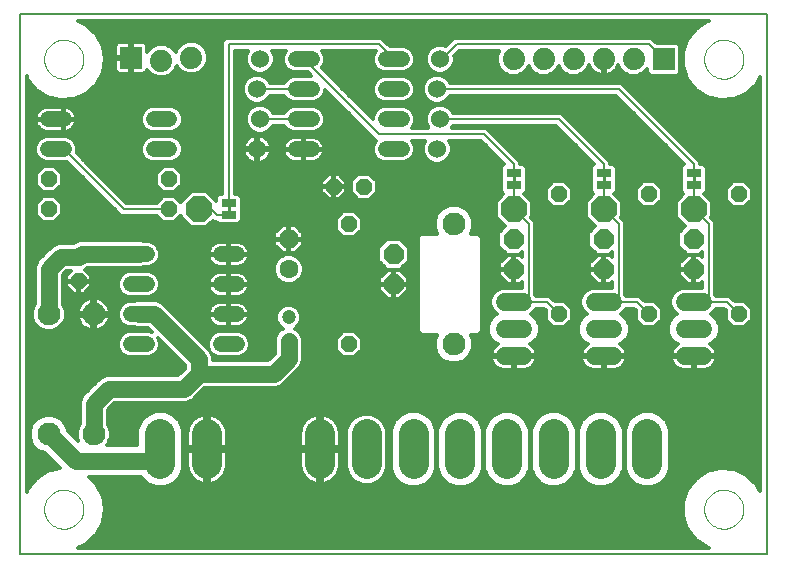
<source format=gbl>
G75*
G70*
%OFA0B0*%
%FSLAX24Y24*%
%IPPOS*%
%LPD*%
%AMOC8*
5,1,8,0,0,1.08239X$1,22.5*
%
%ADD10C,0.0080*%
%ADD11C,0.0600*%
%ADD12C,0.0000*%
%ADD13OC8,0.0520*%
%ADD14C,0.0520*%
%ADD15OC8,0.0630*%
%ADD16C,0.0630*%
%ADD17OC8,0.0660*%
%ADD18C,0.0520*%
%ADD19C,0.0472*%
%ADD20C,0.0760*%
%ADD21R,0.0740X0.0740*%
%ADD22C,0.0740*%
%ADD23C,0.0600*%
%ADD24C,0.0100*%
%ADD25R,0.0500X0.0250*%
%ADD26OC8,0.0850*%
%ADD27C,0.1004*%
%ADD28C,0.0120*%
%ADD29C,0.0560*%
%ADD30C,0.0500*%
D10*
X006371Y004935D02*
X006371Y022931D01*
X031271Y022931D01*
X031271Y004935D01*
X006371Y004935D01*
X012931Y016235D02*
X012731Y016435D01*
X012331Y016435D01*
X012931Y016235D02*
X013331Y016235D01*
X013331Y016635D02*
X013331Y016935D01*
X013331Y021935D01*
X018331Y021935D01*
X018831Y021435D01*
X020381Y021435D02*
X020431Y021435D01*
X020931Y021935D01*
X027331Y021935D01*
X027831Y021435D01*
X026331Y020435D02*
X020331Y020435D01*
X020281Y020435D01*
X020381Y019435D02*
X020431Y019435D01*
X024331Y019435D01*
X025831Y017935D01*
X025831Y017635D01*
X025831Y017235D02*
X025831Y016435D01*
X026331Y015935D01*
X026331Y013335D01*
X025831Y013335D01*
X026331Y013335D01*
X026931Y013335D01*
X027331Y012935D01*
X028831Y013335D02*
X029331Y013335D01*
X029331Y015935D01*
X028831Y016435D01*
X028831Y017235D01*
X028831Y017635D02*
X028831Y017935D01*
X026331Y020435D01*
X022831Y017935D02*
X022831Y017635D01*
X022831Y017935D02*
X021831Y018935D01*
X018331Y018935D01*
X015831Y021435D01*
X015831Y020435D02*
X014331Y020435D01*
X014281Y020435D01*
X014381Y019435D02*
X014431Y019435D01*
X015831Y019435D01*
X011331Y016435D02*
X009831Y016435D01*
X007831Y018435D01*
X022831Y017235D02*
X022831Y016435D01*
X023331Y015935D01*
X023331Y013335D01*
X022831Y013335D01*
X023331Y013335D01*
X023931Y013335D01*
X024331Y012935D01*
X028831Y013335D02*
X029331Y013335D01*
X029931Y013335D01*
X030331Y012935D01*
D11*
X029131Y013335D02*
X028531Y013335D01*
X028531Y012435D02*
X029131Y012435D01*
X029131Y011535D02*
X028531Y011535D01*
X026131Y011535D02*
X025531Y011535D01*
X025531Y012435D02*
X026131Y012435D01*
X026131Y013335D02*
X025531Y013335D01*
X023131Y013335D02*
X022531Y013335D01*
X022531Y012435D02*
X023131Y012435D01*
X023131Y011535D02*
X022531Y011535D01*
D12*
X029181Y006435D02*
X029183Y006485D01*
X029189Y006535D01*
X029199Y006585D01*
X029212Y006633D01*
X029229Y006681D01*
X029250Y006727D01*
X029274Y006771D01*
X029302Y006813D01*
X029333Y006853D01*
X029367Y006890D01*
X029404Y006925D01*
X029443Y006956D01*
X029484Y006985D01*
X029528Y007010D01*
X029574Y007032D01*
X029621Y007050D01*
X029669Y007064D01*
X029718Y007075D01*
X029768Y007082D01*
X029818Y007085D01*
X029869Y007084D01*
X029919Y007079D01*
X029969Y007070D01*
X030017Y007058D01*
X030065Y007041D01*
X030111Y007021D01*
X030156Y006998D01*
X030199Y006971D01*
X030239Y006941D01*
X030277Y006908D01*
X030312Y006872D01*
X030345Y006833D01*
X030374Y006792D01*
X030400Y006749D01*
X030423Y006704D01*
X030442Y006657D01*
X030457Y006609D01*
X030469Y006560D01*
X030477Y006510D01*
X030481Y006460D01*
X030481Y006410D01*
X030477Y006360D01*
X030469Y006310D01*
X030457Y006261D01*
X030442Y006213D01*
X030423Y006166D01*
X030400Y006121D01*
X030374Y006078D01*
X030345Y006037D01*
X030312Y005998D01*
X030277Y005962D01*
X030239Y005929D01*
X030199Y005899D01*
X030156Y005872D01*
X030111Y005849D01*
X030065Y005829D01*
X030017Y005812D01*
X029969Y005800D01*
X029919Y005791D01*
X029869Y005786D01*
X029818Y005785D01*
X029768Y005788D01*
X029718Y005795D01*
X029669Y005806D01*
X029621Y005820D01*
X029574Y005838D01*
X029528Y005860D01*
X029484Y005885D01*
X029443Y005914D01*
X029404Y005945D01*
X029367Y005980D01*
X029333Y006017D01*
X029302Y006057D01*
X029274Y006099D01*
X029250Y006143D01*
X029229Y006189D01*
X029212Y006237D01*
X029199Y006285D01*
X029189Y006335D01*
X029183Y006385D01*
X029181Y006435D01*
X029181Y021435D02*
X029183Y021485D01*
X029189Y021535D01*
X029199Y021585D01*
X029212Y021633D01*
X029229Y021681D01*
X029250Y021727D01*
X029274Y021771D01*
X029302Y021813D01*
X029333Y021853D01*
X029367Y021890D01*
X029404Y021925D01*
X029443Y021956D01*
X029484Y021985D01*
X029528Y022010D01*
X029574Y022032D01*
X029621Y022050D01*
X029669Y022064D01*
X029718Y022075D01*
X029768Y022082D01*
X029818Y022085D01*
X029869Y022084D01*
X029919Y022079D01*
X029969Y022070D01*
X030017Y022058D01*
X030065Y022041D01*
X030111Y022021D01*
X030156Y021998D01*
X030199Y021971D01*
X030239Y021941D01*
X030277Y021908D01*
X030312Y021872D01*
X030345Y021833D01*
X030374Y021792D01*
X030400Y021749D01*
X030423Y021704D01*
X030442Y021657D01*
X030457Y021609D01*
X030469Y021560D01*
X030477Y021510D01*
X030481Y021460D01*
X030481Y021410D01*
X030477Y021360D01*
X030469Y021310D01*
X030457Y021261D01*
X030442Y021213D01*
X030423Y021166D01*
X030400Y021121D01*
X030374Y021078D01*
X030345Y021037D01*
X030312Y020998D01*
X030277Y020962D01*
X030239Y020929D01*
X030199Y020899D01*
X030156Y020872D01*
X030111Y020849D01*
X030065Y020829D01*
X030017Y020812D01*
X029969Y020800D01*
X029919Y020791D01*
X029869Y020786D01*
X029818Y020785D01*
X029768Y020788D01*
X029718Y020795D01*
X029669Y020806D01*
X029621Y020820D01*
X029574Y020838D01*
X029528Y020860D01*
X029484Y020885D01*
X029443Y020914D01*
X029404Y020945D01*
X029367Y020980D01*
X029333Y021017D01*
X029302Y021057D01*
X029274Y021099D01*
X029250Y021143D01*
X029229Y021189D01*
X029212Y021237D01*
X029199Y021285D01*
X029189Y021335D01*
X029183Y021385D01*
X029181Y021435D01*
X007181Y021435D02*
X007183Y021485D01*
X007189Y021535D01*
X007199Y021585D01*
X007212Y021633D01*
X007229Y021681D01*
X007250Y021727D01*
X007274Y021771D01*
X007302Y021813D01*
X007333Y021853D01*
X007367Y021890D01*
X007404Y021925D01*
X007443Y021956D01*
X007484Y021985D01*
X007528Y022010D01*
X007574Y022032D01*
X007621Y022050D01*
X007669Y022064D01*
X007718Y022075D01*
X007768Y022082D01*
X007818Y022085D01*
X007869Y022084D01*
X007919Y022079D01*
X007969Y022070D01*
X008017Y022058D01*
X008065Y022041D01*
X008111Y022021D01*
X008156Y021998D01*
X008199Y021971D01*
X008239Y021941D01*
X008277Y021908D01*
X008312Y021872D01*
X008345Y021833D01*
X008374Y021792D01*
X008400Y021749D01*
X008423Y021704D01*
X008442Y021657D01*
X008457Y021609D01*
X008469Y021560D01*
X008477Y021510D01*
X008481Y021460D01*
X008481Y021410D01*
X008477Y021360D01*
X008469Y021310D01*
X008457Y021261D01*
X008442Y021213D01*
X008423Y021166D01*
X008400Y021121D01*
X008374Y021078D01*
X008345Y021037D01*
X008312Y020998D01*
X008277Y020962D01*
X008239Y020929D01*
X008199Y020899D01*
X008156Y020872D01*
X008111Y020849D01*
X008065Y020829D01*
X008017Y020812D01*
X007969Y020800D01*
X007919Y020791D01*
X007869Y020786D01*
X007818Y020785D01*
X007768Y020788D01*
X007718Y020795D01*
X007669Y020806D01*
X007621Y020820D01*
X007574Y020838D01*
X007528Y020860D01*
X007484Y020885D01*
X007443Y020914D01*
X007404Y020945D01*
X007367Y020980D01*
X007333Y021017D01*
X007302Y021057D01*
X007274Y021099D01*
X007250Y021143D01*
X007229Y021189D01*
X007212Y021237D01*
X007199Y021285D01*
X007189Y021335D01*
X007183Y021385D01*
X007181Y021435D01*
X007181Y006435D02*
X007183Y006485D01*
X007189Y006535D01*
X007199Y006585D01*
X007212Y006633D01*
X007229Y006681D01*
X007250Y006727D01*
X007274Y006771D01*
X007302Y006813D01*
X007333Y006853D01*
X007367Y006890D01*
X007404Y006925D01*
X007443Y006956D01*
X007484Y006985D01*
X007528Y007010D01*
X007574Y007032D01*
X007621Y007050D01*
X007669Y007064D01*
X007718Y007075D01*
X007768Y007082D01*
X007818Y007085D01*
X007869Y007084D01*
X007919Y007079D01*
X007969Y007070D01*
X008017Y007058D01*
X008065Y007041D01*
X008111Y007021D01*
X008156Y006998D01*
X008199Y006971D01*
X008239Y006941D01*
X008277Y006908D01*
X008312Y006872D01*
X008345Y006833D01*
X008374Y006792D01*
X008400Y006749D01*
X008423Y006704D01*
X008442Y006657D01*
X008457Y006609D01*
X008469Y006560D01*
X008477Y006510D01*
X008481Y006460D01*
X008481Y006410D01*
X008477Y006360D01*
X008469Y006310D01*
X008457Y006261D01*
X008442Y006213D01*
X008423Y006166D01*
X008400Y006121D01*
X008374Y006078D01*
X008345Y006037D01*
X008312Y005998D01*
X008277Y005962D01*
X008239Y005929D01*
X008199Y005899D01*
X008156Y005872D01*
X008111Y005849D01*
X008065Y005829D01*
X008017Y005812D01*
X007969Y005800D01*
X007919Y005791D01*
X007869Y005786D01*
X007818Y005785D01*
X007768Y005788D01*
X007718Y005795D01*
X007669Y005806D01*
X007621Y005820D01*
X007574Y005838D01*
X007528Y005860D01*
X007484Y005885D01*
X007443Y005914D01*
X007404Y005945D01*
X007367Y005980D01*
X007333Y006017D01*
X007302Y006057D01*
X007274Y006099D01*
X007250Y006143D01*
X007229Y006189D01*
X007212Y006237D01*
X007199Y006285D01*
X007189Y006335D01*
X007183Y006385D01*
X007181Y006435D01*
D13*
X008331Y014035D03*
X007331Y016435D03*
X007331Y017435D03*
X011331Y017435D03*
X011331Y016435D03*
X016831Y017185D03*
X017831Y017185D03*
X017331Y015935D03*
X017331Y011935D03*
X024331Y012935D03*
X027331Y012935D03*
X030331Y012935D03*
X030331Y016935D03*
X027331Y016935D03*
X024331Y016935D03*
D14*
X008331Y014835D03*
D15*
X015331Y015435D03*
D16*
X015331Y014435D03*
D17*
X018831Y013935D03*
X018831Y014935D03*
X022831Y014435D03*
X022831Y015435D03*
X025831Y015435D03*
X025831Y014435D03*
X028831Y014435D03*
X028831Y015435D03*
D18*
X019091Y018435D02*
X018571Y018435D01*
X018571Y019435D02*
X019091Y019435D01*
X019091Y020435D02*
X018571Y020435D01*
X018571Y021435D02*
X019091Y021435D01*
X016091Y021435D02*
X015571Y021435D01*
X015571Y020435D02*
X016091Y020435D01*
X016091Y019435D02*
X015571Y019435D01*
X015571Y018435D02*
X016091Y018435D01*
X013591Y014935D02*
X013071Y014935D01*
X013071Y013935D02*
X013591Y013935D01*
X013591Y012935D02*
X013071Y012935D01*
X013071Y011935D02*
X013591Y011935D01*
X010591Y011935D02*
X010071Y011935D01*
X010071Y012935D02*
X010591Y012935D01*
X010591Y013935D02*
X010071Y013935D01*
X010071Y014935D02*
X010591Y014935D01*
X010831Y018435D02*
X011351Y018435D01*
X011351Y019435D02*
X010831Y019435D01*
X007831Y019435D02*
X007311Y019435D01*
X007311Y018435D02*
X007831Y018435D01*
D19*
X015331Y012829D03*
X015331Y012041D03*
D20*
X020831Y011935D03*
X020831Y015935D03*
X008831Y012935D03*
X007331Y012935D03*
X007331Y008935D03*
X008831Y008935D03*
D21*
X010081Y021485D03*
X027831Y021435D03*
D22*
X026831Y021435D03*
X025831Y021435D03*
X024831Y021435D03*
X023831Y021435D03*
X022831Y021435D03*
X012081Y021485D03*
X011081Y021385D03*
D23*
X014381Y021435D03*
X014281Y020435D03*
X014381Y019435D03*
X014281Y018435D03*
X020281Y018435D03*
X020381Y019435D03*
X020281Y020435D03*
X020381Y021435D03*
D24*
X022831Y017585D02*
X022831Y017285D01*
X025831Y017285D02*
X025831Y017585D01*
X028831Y017585D02*
X028831Y017285D01*
X013331Y016585D02*
X013331Y016285D01*
D25*
X013331Y016235D03*
X013331Y016635D03*
X022831Y017235D03*
X022831Y017635D03*
X025831Y017635D03*
X025831Y017235D03*
X028831Y017235D03*
X028831Y017635D03*
D26*
X028831Y016435D03*
X025831Y016435D03*
X022831Y016435D03*
X012331Y016435D03*
D27*
X012610Y008937D02*
X012610Y007933D01*
X011051Y007933D02*
X011051Y008937D01*
X016374Y008937D02*
X016374Y007933D01*
X017933Y007933D02*
X017933Y008937D01*
X019492Y008937D02*
X019492Y007933D01*
X021051Y007933D02*
X021051Y008937D01*
X022610Y008937D02*
X022610Y007933D01*
X024170Y007933D02*
X024170Y008937D01*
X025729Y008937D02*
X025729Y007933D01*
X027288Y007933D02*
X027288Y008937D01*
D28*
X028050Y008964D02*
X031051Y008964D01*
X031051Y008846D02*
X028050Y008846D01*
X028050Y008727D02*
X031051Y008727D01*
X031051Y008609D02*
X028050Y008609D01*
X028050Y008490D02*
X031051Y008490D01*
X031051Y008372D02*
X028050Y008372D01*
X028050Y008253D02*
X031051Y008253D01*
X031051Y008135D02*
X028050Y008135D01*
X028050Y008016D02*
X031051Y008016D01*
X031051Y007898D02*
X028050Y007898D01*
X028050Y007781D02*
X027934Y007501D01*
X027719Y007287D01*
X027439Y007171D01*
X027136Y007171D01*
X026856Y007287D01*
X026642Y007501D01*
X026526Y007781D01*
X026526Y009089D01*
X026642Y009369D01*
X026856Y009583D01*
X027136Y009699D01*
X027439Y009699D01*
X027719Y009583D01*
X027934Y009369D01*
X028050Y009089D01*
X028050Y007781D01*
X028049Y007779D02*
X029601Y007779D01*
X029717Y007808D02*
X029277Y007697D01*
X028898Y007449D01*
X028898Y007449D01*
X028898Y007449D01*
X028619Y007091D01*
X028619Y007091D01*
X028472Y006662D01*
X028472Y006208D01*
X028619Y005779D01*
X028898Y005421D01*
X029277Y005173D01*
X029277Y005173D01*
X029349Y005155D01*
X008297Y005155D01*
X008585Y005281D01*
X008918Y005589D01*
X009134Y005988D01*
X009209Y006435D01*
X009134Y006882D01*
X009134Y006882D01*
X008918Y007281D01*
X008918Y007281D01*
X008686Y007495D01*
X010412Y007495D01*
X010620Y007287D01*
X010900Y007171D01*
X011203Y007171D01*
X011483Y007287D01*
X011697Y007501D01*
X011813Y007781D01*
X011813Y009089D01*
X011697Y009369D01*
X011483Y009583D01*
X011203Y009699D01*
X010900Y009699D01*
X010620Y009583D01*
X010405Y009369D01*
X010289Y009089D01*
X010289Y008575D01*
X009263Y008575D01*
X009306Y008618D01*
X009391Y008824D01*
X009391Y009046D01*
X009306Y009252D01*
X009291Y009267D01*
X009291Y009744D01*
X009522Y009975D01*
X011922Y009975D01*
X012092Y010045D01*
X012522Y010475D01*
X014922Y010475D01*
X015092Y010545D01*
X015221Y010674D01*
X015721Y011174D01*
X015791Y011343D01*
X015791Y012133D01*
X015721Y012302D01*
X015592Y012431D01*
X015525Y012459D01*
X015567Y012476D01*
X015684Y012593D01*
X015747Y012746D01*
X015747Y012911D01*
X015684Y013064D01*
X015567Y013182D01*
X015414Y013245D01*
X015248Y013245D01*
X015095Y013182D01*
X014978Y013064D01*
X014915Y012911D01*
X014915Y012746D01*
X014978Y012593D01*
X015095Y012476D01*
X015137Y012459D01*
X015070Y012431D01*
X014941Y012302D01*
X014871Y012133D01*
X014871Y011626D01*
X014640Y011395D01*
X012791Y011395D01*
X012791Y011526D01*
X012744Y011640D01*
X012822Y011562D01*
X012983Y011495D01*
X013678Y011495D01*
X013840Y011562D01*
X013964Y011686D01*
X014031Y011847D01*
X014031Y012023D01*
X013964Y012184D01*
X013840Y012308D01*
X013678Y012375D01*
X012983Y012375D01*
X012822Y012308D01*
X012698Y012184D01*
X012631Y012023D01*
X012631Y011847D01*
X012675Y011742D01*
X011221Y013196D01*
X011092Y013325D01*
X010922Y013395D01*
X010239Y013395D01*
X010191Y013375D01*
X009983Y013375D01*
X009822Y013308D01*
X009698Y013184D01*
X009631Y013023D01*
X009631Y012847D01*
X009698Y012686D01*
X009822Y012562D01*
X009983Y012495D01*
X010191Y012495D01*
X010239Y012475D01*
X010640Y012475D01*
X010784Y012331D01*
X010678Y012375D01*
X009983Y012375D01*
X009822Y012308D01*
X009698Y012184D01*
X009631Y012023D01*
X009631Y011847D01*
X009698Y011686D01*
X009822Y011562D01*
X009983Y011495D01*
X010678Y011495D01*
X010840Y011562D01*
X010964Y011686D01*
X011031Y011847D01*
X011031Y012023D01*
X010987Y012128D01*
X011871Y011244D01*
X011871Y011126D01*
X011640Y010895D01*
X009239Y010895D01*
X009070Y010825D01*
X008941Y010696D01*
X008441Y010196D01*
X008371Y010026D01*
X008371Y009267D01*
X008356Y009252D01*
X008271Y009046D01*
X008271Y008824D01*
X008317Y008713D01*
X007971Y009059D01*
X007971Y009062D01*
X007874Y009298D01*
X007694Y009478D01*
X007458Y009575D01*
X007204Y009575D01*
X006968Y009478D01*
X006788Y009298D01*
X006691Y009062D01*
X006691Y008808D01*
X006788Y008572D01*
X006968Y008392D01*
X007204Y008295D01*
X007207Y008295D01*
X007699Y007804D01*
X007277Y007697D01*
X006898Y007449D01*
X006898Y007449D01*
X006898Y007449D01*
X006619Y007091D01*
X006619Y007091D01*
X006591Y007009D01*
X006591Y020861D01*
X006619Y020779D01*
X006898Y020421D01*
X007277Y020173D01*
X007277Y020173D01*
X007717Y020062D01*
X008169Y020099D01*
X008169Y020099D01*
X008585Y020281D01*
X008918Y020589D01*
X009134Y020988D01*
X009209Y021435D01*
X009134Y021882D01*
X009134Y021882D01*
X008918Y022281D01*
X008585Y022589D01*
X008585Y022589D01*
X008306Y022711D01*
X029333Y022711D01*
X029277Y022697D01*
X028898Y022449D01*
X028898Y022449D01*
X028898Y022449D01*
X028619Y022091D01*
X028619Y022091D01*
X028472Y021662D01*
X028472Y021208D01*
X028619Y020779D01*
X028898Y020421D01*
X029277Y020173D01*
X029277Y020173D01*
X029717Y020062D01*
X030169Y020099D01*
X030169Y020099D01*
X030585Y020281D01*
X030918Y020589D01*
X031051Y020834D01*
X031051Y007036D01*
X030918Y007281D01*
X030585Y007589D01*
X030169Y007771D01*
X029717Y007808D01*
X029717Y007808D01*
X030071Y007779D02*
X031051Y007779D01*
X031051Y007661D02*
X030421Y007661D01*
X030635Y007542D02*
X031051Y007542D01*
X031051Y007424D02*
X030764Y007424D01*
X030893Y007305D02*
X031051Y007305D01*
X031051Y007187D02*
X030970Y007187D01*
X030918Y007281D02*
X030918Y007281D01*
X031034Y007068D02*
X031051Y007068D01*
X029277Y007697D02*
X029277Y007697D01*
X029222Y007661D02*
X028000Y007661D01*
X027950Y007542D02*
X029040Y007542D01*
X028878Y007424D02*
X027856Y007424D01*
X027737Y007305D02*
X028786Y007305D01*
X028693Y007187D02*
X027477Y007187D01*
X027099Y007187D02*
X025917Y007187D01*
X025880Y007171D02*
X026160Y007287D01*
X026375Y007501D01*
X026491Y007781D01*
X026491Y009089D01*
X026375Y009369D01*
X026160Y009583D01*
X025880Y009699D01*
X025577Y009699D01*
X025297Y009583D01*
X025083Y009369D01*
X024967Y009089D01*
X024967Y007781D01*
X025083Y007501D01*
X025297Y007287D01*
X025577Y007171D01*
X025880Y007171D01*
X026178Y007305D02*
X026838Y007305D01*
X026720Y007424D02*
X026297Y007424D01*
X026391Y007542D02*
X026625Y007542D01*
X026576Y007661D02*
X026440Y007661D01*
X026490Y007779D02*
X026527Y007779D01*
X026526Y007898D02*
X026491Y007898D01*
X026491Y008016D02*
X026526Y008016D01*
X026526Y008135D02*
X026491Y008135D01*
X026491Y008253D02*
X026526Y008253D01*
X026526Y008372D02*
X026491Y008372D01*
X026491Y008490D02*
X026526Y008490D01*
X026526Y008609D02*
X026491Y008609D01*
X026491Y008727D02*
X026526Y008727D01*
X026526Y008846D02*
X026491Y008846D01*
X026491Y008964D02*
X026526Y008964D01*
X026526Y009083D02*
X026491Y009083D01*
X026444Y009201D02*
X026572Y009201D01*
X026621Y009320D02*
X026395Y009320D01*
X026305Y009438D02*
X026711Y009438D01*
X026830Y009557D02*
X026187Y009557D01*
X025938Y009675D02*
X027078Y009675D01*
X027497Y009675D02*
X031051Y009675D01*
X031051Y009557D02*
X027746Y009557D01*
X027864Y009438D02*
X031051Y009438D01*
X031051Y009320D02*
X027954Y009320D01*
X028003Y009201D02*
X031051Y009201D01*
X031051Y009083D02*
X028050Y009083D01*
X028423Y011086D02*
X028354Y011109D01*
X028290Y011142D01*
X028231Y011184D01*
X028180Y011235D01*
X028138Y011294D01*
X028105Y011358D01*
X028082Y011427D01*
X028072Y011495D01*
X028791Y011495D01*
X028871Y011495D01*
X028871Y011575D01*
X029590Y011575D01*
X029580Y011643D01*
X029557Y011712D01*
X029524Y011776D01*
X029482Y011835D01*
X029431Y011886D01*
X029372Y011928D01*
X029372Y011929D01*
X029448Y011960D01*
X029606Y012118D01*
X029691Y012324D01*
X029691Y012546D01*
X029606Y012752D01*
X029448Y012910D01*
X029403Y012928D01*
X029538Y013063D01*
X029559Y013115D01*
X029840Y013115D01*
X029891Y013064D01*
X029891Y012753D01*
X030149Y012495D01*
X030513Y012495D01*
X030771Y012753D01*
X030771Y013117D01*
X030513Y013375D01*
X030202Y013375D01*
X030151Y013426D01*
X030022Y013555D01*
X029559Y013555D01*
X029551Y013575D01*
X029551Y016026D01*
X029422Y016155D01*
X029414Y016163D01*
X029436Y016184D01*
X029436Y016686D01*
X029174Y016948D01*
X029261Y017035D01*
X029261Y017435D01*
X029261Y017835D01*
X029156Y017940D01*
X029051Y017940D01*
X029051Y018026D01*
X026551Y020526D01*
X026551Y020526D01*
X026422Y020655D01*
X020709Y020655D01*
X020688Y020707D01*
X020553Y020842D01*
X020376Y020915D01*
X020185Y020915D01*
X020009Y020842D01*
X019874Y020707D01*
X019801Y020530D01*
X019801Y020340D01*
X019528Y020340D01*
X019531Y020347D02*
X019531Y020523D01*
X019464Y020684D01*
X019340Y020808D01*
X019178Y020875D01*
X018483Y020875D01*
X018322Y020808D01*
X018198Y020684D01*
X018131Y020523D01*
X018131Y020347D01*
X018198Y020186D01*
X018322Y020062D01*
X018483Y019995D01*
X019178Y019995D01*
X019340Y020062D01*
X019464Y020186D01*
X019531Y020347D01*
X019531Y020459D02*
X019801Y020459D01*
X019801Y020340D02*
X019874Y020163D01*
X020009Y020028D01*
X020185Y019955D01*
X020376Y019955D01*
X020553Y020028D01*
X020688Y020163D01*
X020709Y020215D01*
X026240Y020215D01*
X028515Y017940D01*
X028506Y017940D01*
X028401Y017835D01*
X028401Y017435D01*
X028401Y017435D01*
X028401Y017435D01*
X028401Y017035D01*
X028488Y016948D01*
X028226Y016686D01*
X028226Y016184D01*
X028543Y015868D01*
X028321Y015646D01*
X028321Y015224D01*
X028620Y014925D01*
X029042Y014925D01*
X029111Y014994D01*
X029111Y014848D01*
X029034Y014925D01*
X028851Y014925D01*
X028851Y014455D01*
X028811Y014455D01*
X028811Y014925D01*
X028628Y014925D01*
X028341Y014638D01*
X028341Y014455D01*
X028811Y014455D01*
X028811Y014415D01*
X028851Y014415D01*
X028851Y013945D01*
X029034Y013945D01*
X029111Y014022D01*
X029111Y013815D01*
X028435Y013815D01*
X028259Y013742D01*
X028124Y013607D01*
X028051Y013430D01*
X028051Y013240D01*
X028124Y013063D01*
X028259Y012928D01*
X028214Y012910D01*
X028056Y012752D01*
X027971Y012546D01*
X027971Y012324D01*
X028056Y012118D01*
X028214Y011960D01*
X028290Y011929D01*
X028290Y011928D01*
X028231Y011886D01*
X028180Y011835D01*
X028138Y011776D01*
X028105Y011712D01*
X028082Y011643D01*
X028072Y011575D01*
X028791Y011575D01*
X028791Y011495D01*
X028791Y011075D01*
X028495Y011075D01*
X028423Y011086D01*
X028390Y011097D02*
X026272Y011097D01*
X026239Y011086D02*
X026308Y011109D01*
X026372Y011142D01*
X026431Y011184D01*
X026482Y011235D01*
X026524Y011294D01*
X026557Y011358D01*
X026580Y011427D01*
X026590Y011495D01*
X025871Y011495D01*
X025871Y011575D01*
X026590Y011575D01*
X026580Y011643D01*
X026557Y011712D01*
X026524Y011776D01*
X026482Y011835D01*
X026431Y011886D01*
X026372Y011928D01*
X026372Y011929D01*
X026448Y011960D01*
X026606Y012118D01*
X026691Y012324D01*
X026691Y012546D01*
X026606Y012752D01*
X026448Y012910D01*
X026403Y012928D01*
X026538Y013063D01*
X026559Y013115D01*
X026840Y013115D01*
X026891Y013064D01*
X026891Y012753D01*
X027149Y012495D01*
X027513Y012495D01*
X027771Y012753D01*
X027771Y013117D01*
X027513Y013375D01*
X027202Y013375D01*
X027151Y013426D01*
X027022Y013555D01*
X026559Y013555D01*
X026551Y013575D01*
X026551Y016026D01*
X026422Y016155D01*
X026414Y016163D01*
X026436Y016184D01*
X026436Y016686D01*
X026174Y016948D01*
X026261Y017035D01*
X026261Y017435D01*
X026261Y017835D01*
X026156Y017940D01*
X026051Y017940D01*
X026051Y018026D01*
X024551Y019526D01*
X024422Y019655D01*
X020809Y019655D01*
X020788Y019707D01*
X020653Y019842D01*
X020476Y019915D01*
X020285Y019915D01*
X020109Y019842D01*
X019974Y019707D01*
X019901Y019530D01*
X019901Y019340D01*
X019974Y019163D01*
X019982Y019155D01*
X019433Y019155D01*
X019464Y019186D01*
X019531Y019347D01*
X019531Y019523D01*
X019464Y019684D01*
X019340Y019808D01*
X019178Y019875D01*
X018483Y019875D01*
X018322Y019808D01*
X018198Y019684D01*
X018131Y019523D01*
X018131Y019446D01*
X016428Y021149D01*
X016464Y021186D01*
X016531Y021347D01*
X016531Y021523D01*
X016464Y021684D01*
X016433Y021715D01*
X018229Y021715D01*
X018198Y021684D01*
X018131Y021523D01*
X018131Y021347D01*
X018198Y021186D01*
X018322Y021062D01*
X018483Y020995D01*
X019178Y020995D01*
X019340Y021062D01*
X019464Y021186D01*
X019531Y021347D01*
X019531Y021523D01*
X019464Y021684D01*
X019340Y021808D01*
X019178Y021875D01*
X018702Y021875D01*
X018422Y022155D01*
X013240Y022155D01*
X013111Y022026D01*
X013111Y016940D01*
X013006Y016940D01*
X012901Y016835D01*
X012901Y016721D01*
X012582Y017040D01*
X012080Y017040D01*
X011726Y016686D01*
X011726Y016662D01*
X011513Y016875D01*
X011149Y016875D01*
X010929Y016655D01*
X009922Y016655D01*
X008259Y018318D01*
X008271Y018347D01*
X008271Y018523D01*
X008204Y018684D01*
X008080Y018808D01*
X007918Y018875D01*
X007223Y018875D01*
X007062Y018808D01*
X006938Y018684D01*
X006871Y018523D01*
X006871Y018347D01*
X006938Y018186D01*
X007062Y018062D01*
X007223Y017995D01*
X007918Y017995D01*
X007948Y018007D01*
X009611Y016344D01*
X009740Y016215D01*
X010929Y016215D01*
X011149Y015995D01*
X011513Y015995D01*
X011726Y016208D01*
X011726Y016184D01*
X012080Y015830D01*
X012582Y015830D01*
X012803Y016052D01*
X012840Y016015D01*
X012921Y016015D01*
X013006Y015930D01*
X013656Y015930D01*
X013761Y016035D01*
X013761Y016435D01*
X013761Y016835D01*
X013656Y016940D01*
X013551Y016940D01*
X013551Y021715D01*
X013982Y021715D01*
X013974Y021707D01*
X013901Y021530D01*
X013901Y021340D01*
X013974Y021163D01*
X014109Y021028D01*
X014285Y020955D01*
X014476Y020955D01*
X014653Y021028D01*
X014788Y021163D01*
X014861Y021340D01*
X014861Y021530D01*
X014788Y021707D01*
X014780Y021715D01*
X015229Y021715D01*
X015198Y021684D01*
X015131Y021523D01*
X015131Y021347D01*
X015198Y021186D01*
X015322Y021062D01*
X015483Y020995D01*
X015960Y020995D01*
X016080Y020875D01*
X015483Y020875D01*
X015322Y020808D01*
X015198Y020684D01*
X015186Y020655D01*
X014709Y020655D01*
X014688Y020707D01*
X014553Y020842D01*
X014376Y020915D01*
X014185Y020915D01*
X014009Y020842D01*
X013874Y020707D01*
X013801Y020530D01*
X013801Y020340D01*
X013551Y020340D01*
X013551Y020222D02*
X013850Y020222D01*
X013874Y020163D02*
X013801Y020340D01*
X013801Y020459D02*
X013551Y020459D01*
X013551Y020577D02*
X013820Y020577D01*
X013869Y020696D02*
X013551Y020696D01*
X013551Y020814D02*
X013981Y020814D01*
X014086Y021051D02*
X013551Y021051D01*
X013551Y020933D02*
X016022Y020933D01*
X016448Y021170D02*
X018214Y021170D01*
X018156Y021288D02*
X016506Y021288D01*
X016531Y021407D02*
X018131Y021407D01*
X018132Y021525D02*
X016530Y021525D01*
X016481Y021644D02*
X018181Y021644D01*
X018578Y021999D02*
X020684Y021999D01*
X020802Y022118D02*
X018460Y022118D01*
X018697Y021881D02*
X020202Y021881D01*
X020285Y021915D02*
X020109Y021842D01*
X019974Y021707D01*
X019901Y021530D01*
X019901Y021340D01*
X019974Y021163D01*
X020109Y021028D01*
X020285Y020955D01*
X020476Y020955D01*
X020653Y021028D01*
X020788Y021163D01*
X020861Y021340D01*
X020861Y021530D01*
X020854Y021547D01*
X021022Y021715D01*
X022352Y021715D01*
X022281Y021544D01*
X022281Y021326D01*
X022365Y021123D01*
X022519Y020969D01*
X022722Y020885D01*
X022940Y020885D01*
X023143Y020969D01*
X023297Y021123D01*
X023331Y021205D01*
X023365Y021123D01*
X023519Y020969D01*
X023722Y020885D01*
X023940Y020885D01*
X024143Y020969D01*
X024297Y021123D01*
X024331Y021205D01*
X024365Y021123D01*
X024519Y020969D01*
X024722Y020885D01*
X024940Y020885D01*
X025143Y020969D01*
X025297Y021123D01*
X025341Y021229D01*
X025378Y021157D01*
X025427Y021090D01*
X025486Y021031D01*
X025553Y020982D01*
X025628Y020944D01*
X025707Y020918D01*
X025789Y020905D01*
X025791Y020905D01*
X025791Y021395D01*
X025871Y021395D01*
X025871Y020905D01*
X025873Y020905D01*
X025955Y020918D01*
X026034Y020944D01*
X026109Y020982D01*
X026176Y021031D01*
X026235Y021090D01*
X026284Y021157D01*
X026321Y021229D01*
X026365Y021123D01*
X026519Y020969D01*
X026722Y020885D01*
X026940Y020885D01*
X027143Y020969D01*
X027281Y021107D01*
X027281Y020990D01*
X027386Y020885D01*
X028276Y020885D01*
X028381Y020990D01*
X028381Y021880D01*
X028276Y021985D01*
X027592Y021985D01*
X027551Y022026D01*
X027422Y022155D01*
X020840Y022155D01*
X020564Y021879D01*
X020476Y021915D01*
X020285Y021915D01*
X020560Y021881D02*
X020565Y021881D01*
X020951Y021644D02*
X022322Y021644D01*
X022281Y021525D02*
X020861Y021525D01*
X020861Y021407D02*
X022281Y021407D01*
X022297Y021288D02*
X020840Y021288D01*
X020791Y021170D02*
X022346Y021170D01*
X022437Y021051D02*
X020676Y021051D01*
X020581Y020814D02*
X028607Y020814D01*
X028619Y020779D02*
X028619Y020779D01*
X028684Y020696D02*
X020693Y020696D01*
X020628Y020103D02*
X026352Y020103D01*
X026470Y019985D02*
X020448Y019985D01*
X020595Y019866D02*
X026589Y019866D01*
X026707Y019748D02*
X020747Y019748D01*
X020809Y019215D02*
X024240Y019215D01*
X025515Y017940D01*
X025506Y017940D01*
X025401Y017835D01*
X025401Y017435D01*
X025401Y017435D01*
X025401Y017435D01*
X025401Y017035D01*
X025488Y016948D01*
X025226Y016686D01*
X025226Y016184D01*
X025543Y015868D01*
X025321Y015646D01*
X025321Y015224D01*
X025620Y014925D01*
X026042Y014925D01*
X026111Y014994D01*
X026111Y014848D01*
X026034Y014925D01*
X025851Y014925D01*
X025851Y014455D01*
X025811Y014455D01*
X025811Y014925D01*
X025628Y014925D01*
X025341Y014638D01*
X025341Y014455D01*
X025811Y014455D01*
X025811Y014415D01*
X025851Y014415D01*
X025851Y013945D01*
X026034Y013945D01*
X026111Y014022D01*
X026111Y013815D01*
X025435Y013815D01*
X025259Y013742D01*
X025124Y013607D01*
X025051Y013430D01*
X025051Y013240D01*
X025124Y013063D01*
X025259Y012928D01*
X025214Y012910D01*
X025056Y012752D01*
X024971Y012546D01*
X024971Y012324D01*
X025056Y012118D01*
X025214Y011960D01*
X025290Y011929D01*
X025290Y011928D01*
X025231Y011886D01*
X025180Y011835D01*
X025138Y011776D01*
X025105Y011712D01*
X025082Y011643D01*
X025072Y011575D01*
X025791Y011575D01*
X025791Y011495D01*
X025871Y011495D01*
X025871Y011075D01*
X026167Y011075D01*
X026239Y011086D01*
X026462Y011216D02*
X028200Y011216D01*
X028117Y011334D02*
X026545Y011334D01*
X026584Y011453D02*
X028078Y011453D01*
X028098Y011690D02*
X026564Y011690D01*
X026501Y011808D02*
X028161Y011808D01*
X028287Y011927D02*
X026375Y011927D01*
X026533Y012045D02*
X028129Y012045D01*
X028037Y012164D02*
X026625Y012164D01*
X026674Y012282D02*
X027988Y012282D01*
X027971Y012401D02*
X026691Y012401D01*
X026691Y012519D02*
X027125Y012519D01*
X027006Y012638D02*
X026653Y012638D01*
X026602Y012756D02*
X026891Y012756D01*
X026891Y012875D02*
X026483Y012875D01*
X026468Y012993D02*
X026891Y012993D01*
X026843Y013112D02*
X026558Y013112D01*
X026551Y013586D02*
X028115Y013586D01*
X028066Y013467D02*
X027110Y013467D01*
X026551Y013704D02*
X028221Y013704D01*
X028051Y013349D02*
X027540Y013349D01*
X027658Y013230D02*
X028055Y013230D01*
X028104Y013112D02*
X027771Y013112D01*
X027771Y012993D02*
X028194Y012993D01*
X028179Y012875D02*
X027771Y012875D01*
X027771Y012756D02*
X028060Y012756D01*
X028009Y012638D02*
X027656Y012638D01*
X027537Y012519D02*
X027971Y012519D01*
X028791Y011571D02*
X025871Y011571D01*
X025791Y011571D02*
X022871Y011571D01*
X022871Y011575D02*
X023590Y011575D01*
X023580Y011643D01*
X023557Y011712D01*
X023524Y011776D01*
X023482Y011835D01*
X023431Y011886D01*
X023372Y011928D01*
X023372Y011929D01*
X023448Y011960D01*
X023606Y012118D01*
X023691Y012324D01*
X023691Y012546D01*
X023606Y012752D01*
X023448Y012910D01*
X023403Y012928D01*
X023538Y013063D01*
X023559Y013115D01*
X023840Y013115D01*
X023891Y013064D01*
X023891Y012753D01*
X024149Y012495D01*
X024513Y012495D01*
X024771Y012753D01*
X024771Y013117D01*
X024513Y013375D01*
X024202Y013375D01*
X024151Y013426D01*
X024022Y013555D01*
X023559Y013555D01*
X023551Y013575D01*
X023551Y016026D01*
X023422Y016155D01*
X023414Y016163D01*
X023436Y016184D01*
X023436Y016686D01*
X023174Y016948D01*
X023261Y017035D01*
X023261Y017435D01*
X023261Y017835D01*
X023156Y017940D01*
X023051Y017940D01*
X023051Y018026D01*
X022051Y019026D01*
X021922Y019155D01*
X020780Y019155D01*
X024300Y019155D01*
X024418Y019037D02*
X022041Y019037D01*
X022159Y018918D02*
X024537Y018918D01*
X024655Y018800D02*
X022278Y018800D01*
X022396Y018681D02*
X024774Y018681D01*
X024892Y018563D02*
X022515Y018563D01*
X022633Y018444D02*
X025011Y018444D01*
X025129Y018326D02*
X022752Y018326D01*
X022870Y018207D02*
X025248Y018207D01*
X025366Y018089D02*
X022989Y018089D01*
X023051Y017970D02*
X025485Y017970D01*
X025418Y017852D02*
X023244Y017852D01*
X023261Y017733D02*
X025401Y017733D01*
X025401Y017615D02*
X023261Y017615D01*
X023261Y017496D02*
X025401Y017496D01*
X025401Y017378D02*
X023261Y017378D01*
X023261Y017435D02*
X023261Y017435D01*
X023261Y017435D01*
X023261Y017259D02*
X024033Y017259D01*
X024149Y017375D02*
X023891Y017117D01*
X023891Y016753D01*
X024149Y016495D01*
X024513Y016495D01*
X024771Y016753D01*
X024771Y017117D01*
X024513Y017375D01*
X024149Y017375D01*
X023914Y017141D02*
X023261Y017141D01*
X023248Y017022D02*
X023891Y017022D01*
X023891Y016904D02*
X023218Y016904D01*
X023337Y016785D02*
X023891Y016785D01*
X023977Y016667D02*
X023436Y016667D01*
X023436Y016548D02*
X024096Y016548D01*
X024566Y016548D02*
X025226Y016548D01*
X025226Y016430D02*
X023436Y016430D01*
X023436Y016311D02*
X025226Y016311D01*
X025226Y016193D02*
X023436Y016193D01*
X023503Y016074D02*
X025336Y016074D01*
X025455Y015956D02*
X023551Y015956D01*
X023551Y015837D02*
X025512Y015837D01*
X025393Y015719D02*
X023551Y015719D01*
X023551Y015600D02*
X025321Y015600D01*
X025321Y015482D02*
X023551Y015482D01*
X023551Y015363D02*
X025321Y015363D01*
X025321Y015245D02*
X023551Y015245D01*
X023551Y015126D02*
X025419Y015126D01*
X025537Y015008D02*
X023551Y015008D01*
X023551Y014889D02*
X025592Y014889D01*
X025474Y014771D02*
X023551Y014771D01*
X023551Y014652D02*
X025355Y014652D01*
X025341Y014534D02*
X023551Y014534D01*
X023551Y014415D02*
X025811Y014415D01*
X025811Y013945D01*
X025628Y013945D01*
X025341Y014232D01*
X025341Y014415D01*
X025811Y014415D01*
X025811Y014297D02*
X025851Y014297D01*
X025851Y014178D02*
X025811Y014178D01*
X025811Y014060D02*
X025851Y014060D01*
X026111Y013941D02*
X023551Y013941D01*
X023551Y013823D02*
X026111Y013823D01*
X026551Y013823D02*
X029111Y013823D01*
X029111Y013941D02*
X026551Y013941D01*
X026551Y014060D02*
X028513Y014060D01*
X028628Y013945D02*
X028811Y013945D01*
X028811Y014415D01*
X028341Y014415D01*
X028341Y014232D01*
X028628Y013945D01*
X028811Y014060D02*
X028851Y014060D01*
X028851Y014178D02*
X028811Y014178D01*
X028811Y014297D02*
X028851Y014297D01*
X028811Y014415D02*
X026551Y014415D01*
X026551Y014297D02*
X028341Y014297D01*
X028395Y014178D02*
X026551Y014178D01*
X026551Y014534D02*
X028341Y014534D01*
X028355Y014652D02*
X026551Y014652D01*
X026551Y014771D02*
X028474Y014771D01*
X028592Y014889D02*
X026551Y014889D01*
X026551Y015008D02*
X028537Y015008D01*
X028419Y015126D02*
X026551Y015126D01*
X026551Y015245D02*
X028321Y015245D01*
X028321Y015363D02*
X026551Y015363D01*
X026551Y015482D02*
X028321Y015482D01*
X028321Y015600D02*
X026551Y015600D01*
X026551Y015719D02*
X028393Y015719D01*
X028512Y015837D02*
X026551Y015837D01*
X026551Y015956D02*
X028455Y015956D01*
X028336Y016074D02*
X026503Y016074D01*
X026436Y016193D02*
X028226Y016193D01*
X028226Y016311D02*
X026436Y016311D01*
X026436Y016430D02*
X028226Y016430D01*
X028226Y016548D02*
X027566Y016548D01*
X027513Y016495D02*
X027771Y016753D01*
X027771Y017117D01*
X027513Y017375D01*
X027149Y017375D01*
X026891Y017117D01*
X026891Y016753D01*
X027149Y016495D01*
X027513Y016495D01*
X027685Y016667D02*
X028226Y016667D01*
X028325Y016785D02*
X027771Y016785D01*
X027771Y016904D02*
X028444Y016904D01*
X028414Y017022D02*
X027771Y017022D01*
X027748Y017141D02*
X028401Y017141D01*
X028401Y017259D02*
X027629Y017259D01*
X027033Y017259D02*
X026261Y017259D01*
X026261Y017141D02*
X026914Y017141D01*
X026891Y017022D02*
X026248Y017022D01*
X026218Y016904D02*
X026891Y016904D01*
X026891Y016785D02*
X026337Y016785D01*
X026436Y016667D02*
X026977Y016667D01*
X027096Y016548D02*
X026436Y016548D01*
X026261Y017378D02*
X028401Y017378D01*
X028401Y017496D02*
X026261Y017496D01*
X026261Y017435D02*
X026261Y017435D01*
X026261Y017435D01*
X026261Y017615D02*
X028401Y017615D01*
X028401Y017733D02*
X026261Y017733D01*
X026244Y017852D02*
X028418Y017852D01*
X028485Y017970D02*
X026051Y017970D01*
X025989Y018089D02*
X028366Y018089D01*
X028248Y018207D02*
X025870Y018207D01*
X025752Y018326D02*
X028129Y018326D01*
X028011Y018444D02*
X025633Y018444D01*
X025515Y018563D02*
X027892Y018563D01*
X027774Y018681D02*
X025396Y018681D01*
X025278Y018800D02*
X027655Y018800D01*
X027537Y018918D02*
X025159Y018918D01*
X025041Y019037D02*
X027418Y019037D01*
X027300Y019155D02*
X024922Y019155D01*
X024804Y019274D02*
X027181Y019274D01*
X027063Y019392D02*
X024685Y019392D01*
X024567Y019511D02*
X026944Y019511D01*
X026826Y019629D02*
X024448Y019629D01*
X024607Y020933D02*
X024055Y020933D01*
X024225Y021051D02*
X024437Y021051D01*
X024346Y021170D02*
X024316Y021170D01*
X025055Y020933D02*
X025662Y020933D01*
X025791Y020933D02*
X025871Y020933D01*
X025871Y021051D02*
X025791Y021051D01*
X025791Y021170D02*
X025871Y021170D01*
X025871Y021288D02*
X025791Y021288D01*
X025465Y021051D02*
X025225Y021051D01*
X025316Y021170D02*
X025371Y021170D01*
X026000Y020933D02*
X026607Y020933D01*
X026437Y021051D02*
X026197Y021051D01*
X026291Y021170D02*
X026346Y021170D01*
X026500Y020577D02*
X028776Y020577D01*
X028869Y020459D02*
X026619Y020459D01*
X026737Y020340D02*
X029022Y020340D01*
X028898Y020421D02*
X028898Y020421D01*
X029203Y020222D02*
X026856Y020222D01*
X026974Y020103D02*
X029554Y020103D01*
X029717Y020062D02*
X029717Y020062D01*
X030178Y020103D02*
X031051Y020103D01*
X031051Y019985D02*
X027093Y019985D01*
X027211Y019866D02*
X031051Y019866D01*
X031051Y019748D02*
X027330Y019748D01*
X027448Y019629D02*
X031051Y019629D01*
X031051Y019511D02*
X027567Y019511D01*
X027685Y019392D02*
X031051Y019392D01*
X031051Y019274D02*
X027804Y019274D01*
X027922Y019155D02*
X031051Y019155D01*
X031051Y019037D02*
X028041Y019037D01*
X028159Y018918D02*
X031051Y018918D01*
X031051Y018800D02*
X028278Y018800D01*
X028396Y018681D02*
X031051Y018681D01*
X031051Y018563D02*
X028515Y018563D01*
X028633Y018444D02*
X031051Y018444D01*
X031051Y018326D02*
X028752Y018326D01*
X028870Y018207D02*
X031051Y018207D01*
X031051Y018089D02*
X028989Y018089D01*
X029051Y017970D02*
X031051Y017970D01*
X031051Y017852D02*
X029244Y017852D01*
X029261Y017733D02*
X031051Y017733D01*
X031051Y017615D02*
X029261Y017615D01*
X029261Y017496D02*
X031051Y017496D01*
X031051Y017378D02*
X029261Y017378D01*
X029261Y017435D02*
X029261Y017435D01*
X029261Y017435D01*
X029261Y017259D02*
X030033Y017259D01*
X030149Y017375D02*
X029891Y017117D01*
X029891Y016753D01*
X030149Y016495D01*
X030513Y016495D01*
X030771Y016753D01*
X030771Y017117D01*
X030513Y017375D01*
X030149Y017375D01*
X029914Y017141D02*
X029261Y017141D01*
X029248Y017022D02*
X029891Y017022D01*
X029891Y016904D02*
X029218Y016904D01*
X029337Y016785D02*
X029891Y016785D01*
X029977Y016667D02*
X029436Y016667D01*
X029436Y016548D02*
X030096Y016548D01*
X030566Y016548D02*
X031051Y016548D01*
X031051Y016430D02*
X029436Y016430D01*
X029436Y016311D02*
X031051Y016311D01*
X031051Y016193D02*
X029436Y016193D01*
X029503Y016074D02*
X031051Y016074D01*
X031051Y015956D02*
X029551Y015956D01*
X029551Y015837D02*
X031051Y015837D01*
X031051Y015719D02*
X029551Y015719D01*
X029551Y015600D02*
X031051Y015600D01*
X031051Y015482D02*
X029551Y015482D01*
X029551Y015363D02*
X031051Y015363D01*
X031051Y015245D02*
X029551Y015245D01*
X029551Y015126D02*
X031051Y015126D01*
X031051Y015008D02*
X029551Y015008D01*
X029551Y014889D02*
X031051Y014889D01*
X031051Y014771D02*
X029551Y014771D01*
X029551Y014652D02*
X031051Y014652D01*
X031051Y014534D02*
X029551Y014534D01*
X029551Y014415D02*
X031051Y014415D01*
X031051Y014297D02*
X029551Y014297D01*
X029551Y014178D02*
X031051Y014178D01*
X031051Y014060D02*
X029551Y014060D01*
X029551Y013941D02*
X031051Y013941D01*
X031051Y013823D02*
X029551Y013823D01*
X029551Y013704D02*
X031051Y013704D01*
X031051Y013586D02*
X029551Y013586D01*
X029558Y013112D02*
X029843Y013112D01*
X029891Y012993D02*
X029468Y012993D01*
X029483Y012875D02*
X029891Y012875D01*
X029891Y012756D02*
X029602Y012756D01*
X029653Y012638D02*
X030006Y012638D01*
X030125Y012519D02*
X029691Y012519D01*
X029691Y012401D02*
X031051Y012401D01*
X031051Y012519D02*
X030537Y012519D01*
X030656Y012638D02*
X031051Y012638D01*
X031051Y012756D02*
X030771Y012756D01*
X030771Y012875D02*
X031051Y012875D01*
X031051Y012993D02*
X030771Y012993D01*
X030771Y013112D02*
X031051Y013112D01*
X031051Y013230D02*
X030658Y013230D01*
X030540Y013349D02*
X031051Y013349D01*
X031051Y013467D02*
X030110Y013467D01*
X029674Y012282D02*
X031051Y012282D01*
X031051Y012164D02*
X029625Y012164D01*
X029533Y012045D02*
X031051Y012045D01*
X031051Y011927D02*
X029375Y011927D01*
X029501Y011808D02*
X031051Y011808D01*
X031051Y011690D02*
X029564Y011690D01*
X029590Y011495D02*
X028871Y011495D01*
X028871Y011075D01*
X029167Y011075D01*
X029239Y011086D01*
X029308Y011109D01*
X029372Y011142D01*
X029431Y011184D01*
X029482Y011235D01*
X029524Y011294D01*
X029557Y011358D01*
X029580Y011427D01*
X029590Y011495D01*
X029584Y011453D02*
X031051Y011453D01*
X031051Y011571D02*
X028871Y011571D01*
X028871Y011453D02*
X028791Y011453D01*
X028791Y011334D02*
X028871Y011334D01*
X028871Y011216D02*
X028791Y011216D01*
X028791Y011097D02*
X028871Y011097D01*
X029272Y011097D02*
X031051Y011097D01*
X031051Y010979D02*
X015525Y010979D01*
X015644Y011097D02*
X022390Y011097D01*
X022423Y011086D02*
X022495Y011075D01*
X022791Y011075D01*
X022791Y011495D01*
X022871Y011495D01*
X022871Y011575D01*
X022871Y011495D02*
X023590Y011495D01*
X023580Y011427D01*
X023557Y011358D01*
X023524Y011294D01*
X023482Y011235D01*
X023431Y011184D01*
X023372Y011142D01*
X023308Y011109D01*
X023239Y011086D01*
X023167Y011075D01*
X022871Y011075D01*
X022871Y011495D01*
X022871Y011453D02*
X022791Y011453D01*
X022791Y011495D02*
X022072Y011495D01*
X022082Y011427D01*
X022105Y011358D01*
X022138Y011294D01*
X022180Y011235D01*
X022231Y011184D01*
X022290Y011142D01*
X022354Y011109D01*
X022423Y011086D01*
X022200Y011216D02*
X015738Y011216D01*
X015787Y011334D02*
X020609Y011334D01*
X020704Y011295D02*
X020958Y011295D01*
X021194Y011392D01*
X021374Y011572D01*
X021471Y011808D01*
X022161Y011808D01*
X022180Y011835D02*
X022138Y011776D01*
X022105Y011712D01*
X022082Y011643D01*
X022072Y011575D01*
X022791Y011575D01*
X022791Y011495D01*
X022791Y011571D02*
X021372Y011571D01*
X021422Y011690D02*
X022098Y011690D01*
X022180Y011835D02*
X022231Y011886D01*
X022290Y011928D01*
X022290Y011929D01*
X022214Y011960D01*
X022056Y012118D01*
X021971Y012324D01*
X021971Y012546D01*
X022056Y012752D01*
X022214Y012910D01*
X022259Y012928D01*
X022124Y013063D01*
X022051Y013240D01*
X022051Y013430D01*
X022124Y013607D01*
X022259Y013742D01*
X022435Y013815D01*
X023111Y013815D01*
X023111Y014022D01*
X023034Y013945D01*
X022851Y013945D01*
X022851Y014415D01*
X022811Y014415D01*
X022811Y013945D01*
X022628Y013945D01*
X022341Y014232D01*
X022341Y014415D01*
X022811Y014415D01*
X022811Y014455D01*
X022811Y014925D01*
X022628Y014925D01*
X022341Y014638D01*
X022341Y014455D01*
X022811Y014455D01*
X022851Y014455D01*
X022851Y014925D01*
X023034Y014925D01*
X023111Y014848D01*
X023111Y014994D01*
X023042Y014925D01*
X022620Y014925D01*
X022321Y015224D01*
X022321Y015646D01*
X022543Y015868D01*
X022226Y016184D01*
X022226Y016686D01*
X022488Y016948D01*
X022401Y017035D01*
X022401Y017435D01*
X022401Y017435D01*
X022401Y017435D01*
X022401Y017835D01*
X022506Y017940D01*
X022515Y017940D01*
X021740Y018715D01*
X020680Y018715D01*
X020688Y018707D01*
X020761Y018530D01*
X020761Y018340D01*
X020688Y018163D01*
X020553Y018028D01*
X020376Y017955D01*
X020185Y017955D01*
X020009Y018028D01*
X019874Y018163D01*
X019801Y018340D01*
X019801Y018530D01*
X019874Y018707D01*
X019882Y018715D01*
X019433Y018715D01*
X019464Y018684D01*
X019531Y018523D01*
X019531Y018347D01*
X019464Y018186D01*
X019340Y018062D01*
X019178Y017995D01*
X018483Y017995D01*
X018322Y018062D01*
X018198Y018186D01*
X018131Y018347D01*
X018131Y018523D01*
X018198Y018684D01*
X018234Y018721D01*
X016531Y020424D01*
X016531Y020347D01*
X016464Y020186D01*
X016340Y020062D01*
X016178Y019995D01*
X015483Y019995D01*
X015322Y020062D01*
X015198Y020186D01*
X015186Y020215D01*
X014709Y020215D01*
X014688Y020163D01*
X014553Y020028D01*
X014376Y019955D01*
X014185Y019955D01*
X014009Y020028D01*
X013874Y020163D01*
X013934Y020103D02*
X013551Y020103D01*
X013551Y019985D02*
X014114Y019985D01*
X014167Y019866D02*
X013551Y019866D01*
X013551Y019748D02*
X014015Y019748D01*
X013974Y019707D02*
X013901Y019530D01*
X013901Y019340D01*
X013974Y019163D01*
X014109Y019028D01*
X014285Y018955D01*
X014476Y018955D01*
X014653Y019028D01*
X014788Y019163D01*
X014809Y019215D01*
X015186Y019215D01*
X015198Y019186D01*
X015322Y019062D01*
X015483Y018995D01*
X016178Y018995D01*
X016340Y019062D01*
X016464Y019186D01*
X016531Y019347D01*
X016531Y019523D01*
X016464Y019684D01*
X016340Y019808D01*
X016178Y019875D01*
X015483Y019875D01*
X015322Y019808D01*
X015198Y019684D01*
X015186Y019655D01*
X014809Y019655D01*
X014788Y019707D01*
X014653Y019842D01*
X014476Y019915D01*
X014285Y019915D01*
X014109Y019842D01*
X013974Y019707D01*
X013942Y019629D02*
X013551Y019629D01*
X013551Y019511D02*
X013901Y019511D01*
X013901Y019392D02*
X013551Y019392D01*
X013551Y019274D02*
X013928Y019274D01*
X013982Y019155D02*
X013551Y019155D01*
X013551Y019037D02*
X014101Y019037D01*
X014173Y018884D02*
X014104Y018861D01*
X014040Y018828D01*
X013981Y018786D01*
X013930Y018735D01*
X013888Y018676D01*
X013855Y018612D01*
X013832Y018543D01*
X013822Y018475D01*
X014241Y018475D01*
X014241Y018894D01*
X014173Y018884D01*
X014241Y018800D02*
X014321Y018800D01*
X014321Y018894D02*
X014389Y018884D01*
X014458Y018861D01*
X014522Y018828D01*
X014581Y018786D01*
X014632Y018735D01*
X014674Y018676D01*
X014707Y018612D01*
X014730Y018543D01*
X014740Y018475D01*
X014321Y018475D01*
X014321Y018395D01*
X014740Y018395D01*
X014730Y018327D01*
X014707Y018258D01*
X014674Y018194D01*
X014632Y018135D01*
X014581Y018084D01*
X014522Y018042D01*
X014458Y018009D01*
X014389Y017986D01*
X014321Y017976D01*
X014321Y018395D01*
X014241Y018395D01*
X014241Y017976D01*
X014173Y017986D01*
X014104Y018009D01*
X014040Y018042D01*
X013981Y018084D01*
X013930Y018135D01*
X013888Y018194D01*
X013855Y018258D01*
X013832Y018327D01*
X013822Y018395D01*
X014241Y018395D01*
X014241Y018475D01*
X014321Y018475D01*
X014321Y018894D01*
X014321Y018681D02*
X014241Y018681D01*
X014241Y018563D02*
X014321Y018563D01*
X014321Y018444D02*
X015811Y018444D01*
X015811Y018455D02*
X015811Y018415D01*
X015851Y018415D01*
X015851Y018455D01*
X016511Y018455D01*
X016511Y018468D01*
X016501Y018533D01*
X016480Y018596D01*
X016450Y018655D01*
X016411Y018709D01*
X016365Y018755D01*
X016311Y018794D01*
X016252Y018824D01*
X016189Y018845D01*
X016124Y018855D01*
X015851Y018855D01*
X015851Y018455D01*
X015811Y018455D01*
X015811Y018855D01*
X015538Y018855D01*
X015473Y018845D01*
X015410Y018824D01*
X015351Y018794D01*
X015297Y018755D01*
X015251Y018709D01*
X015212Y018655D01*
X015182Y018596D01*
X015161Y018533D01*
X015151Y018468D01*
X015151Y018455D01*
X015811Y018455D01*
X015811Y018415D02*
X015151Y018415D01*
X015151Y018402D01*
X015161Y018337D01*
X015182Y018274D01*
X015212Y018215D01*
X015251Y018161D01*
X015297Y018115D01*
X015351Y018076D01*
X015410Y018046D01*
X015473Y018025D01*
X015538Y018015D01*
X015811Y018015D01*
X015811Y018415D01*
X015851Y018415D02*
X015851Y018015D01*
X016124Y018015D01*
X016189Y018025D01*
X016252Y018046D01*
X016311Y018076D01*
X016365Y018115D01*
X016411Y018161D01*
X016450Y018215D01*
X016480Y018274D01*
X016501Y018337D01*
X016511Y018402D01*
X016511Y018415D01*
X015851Y018415D01*
X015851Y018444D02*
X018131Y018444D01*
X018140Y018326D02*
X016497Y018326D01*
X016444Y018207D02*
X018189Y018207D01*
X018295Y018089D02*
X016329Y018089D01*
X015851Y018089D02*
X015811Y018089D01*
X015811Y018207D02*
X015851Y018207D01*
X015851Y018326D02*
X015811Y018326D01*
X015811Y018563D02*
X015851Y018563D01*
X015851Y018681D02*
X015811Y018681D01*
X015811Y018800D02*
X015851Y018800D01*
X016301Y018800D02*
X018155Y018800D01*
X018197Y018681D02*
X016431Y018681D01*
X016491Y018563D02*
X018148Y018563D01*
X018037Y018918D02*
X013551Y018918D01*
X013551Y018800D02*
X014000Y018800D01*
X013891Y018681D02*
X013551Y018681D01*
X013551Y018563D02*
X013839Y018563D01*
X013833Y018326D02*
X013551Y018326D01*
X013551Y018444D02*
X014241Y018444D01*
X014241Y018326D02*
X014321Y018326D01*
X014321Y018207D02*
X014241Y018207D01*
X014241Y018089D02*
X014321Y018089D01*
X014585Y018089D02*
X015333Y018089D01*
X015217Y018207D02*
X014681Y018207D01*
X014729Y018326D02*
X015165Y018326D01*
X015171Y018563D02*
X014723Y018563D01*
X014671Y018681D02*
X015231Y018681D01*
X015361Y018800D02*
X014562Y018800D01*
X014661Y019037D02*
X015383Y019037D01*
X015229Y019155D02*
X014780Y019155D01*
X014747Y019748D02*
X015261Y019748D01*
X015462Y019866D02*
X014595Y019866D01*
X014448Y019985D02*
X016970Y019985D01*
X016852Y020103D02*
X016381Y020103D01*
X016479Y020222D02*
X016733Y020222D01*
X016615Y020340D02*
X016528Y020340D01*
X016882Y020696D02*
X018209Y020696D01*
X018154Y020577D02*
X017000Y020577D01*
X017119Y020459D02*
X018131Y020459D01*
X018134Y020340D02*
X017237Y020340D01*
X017356Y020222D02*
X018183Y020222D01*
X018281Y020103D02*
X017474Y020103D01*
X017593Y019985D02*
X020114Y019985D01*
X020167Y019866D02*
X019200Y019866D01*
X019401Y019748D02*
X020015Y019748D01*
X019942Y019629D02*
X019487Y019629D01*
X019531Y019511D02*
X019901Y019511D01*
X019901Y019392D02*
X019531Y019392D01*
X019500Y019274D02*
X019928Y019274D01*
X019982Y019155D02*
X019433Y019155D01*
X019465Y018681D02*
X019863Y018681D01*
X019814Y018563D02*
X019514Y018563D01*
X019531Y018444D02*
X019801Y018444D01*
X019807Y018326D02*
X019522Y018326D01*
X019473Y018207D02*
X019856Y018207D01*
X019949Y018089D02*
X019367Y018089D01*
X020149Y017970D02*
X013551Y017970D01*
X013551Y017852D02*
X022418Y017852D01*
X022401Y017733D02*
X013551Y017733D01*
X013551Y017615D02*
X017638Y017615D01*
X017649Y017625D02*
X017391Y017367D01*
X017391Y017003D01*
X017649Y016745D01*
X018013Y016745D01*
X018271Y017003D01*
X018271Y017367D01*
X018013Y017625D01*
X017649Y017625D01*
X017520Y017496D02*
X017114Y017496D01*
X017005Y017605D02*
X017251Y017359D01*
X017251Y017205D01*
X016851Y017205D01*
X016851Y017165D01*
X017251Y017165D01*
X017251Y017011D01*
X017005Y016765D01*
X016851Y016765D01*
X016851Y017165D01*
X016811Y017165D01*
X016811Y016765D01*
X016657Y016765D01*
X016411Y017011D01*
X016411Y017165D01*
X016811Y017165D01*
X016811Y017205D01*
X016811Y017605D01*
X016657Y017605D01*
X016411Y017359D01*
X016411Y017205D01*
X016811Y017205D01*
X016851Y017205D01*
X016851Y017605D01*
X017005Y017605D01*
X016851Y017496D02*
X016811Y017496D01*
X016811Y017378D02*
X016851Y017378D01*
X016851Y017259D02*
X016811Y017259D01*
X016811Y017141D02*
X016851Y017141D01*
X016851Y017022D02*
X016811Y017022D01*
X016811Y016904D02*
X016851Y016904D01*
X016851Y016785D02*
X016811Y016785D01*
X016637Y016785D02*
X013761Y016785D01*
X013761Y016667D02*
X022226Y016667D01*
X022226Y016548D02*
X021023Y016548D01*
X020958Y016575D02*
X020704Y016575D01*
X020468Y016478D01*
X020288Y016298D01*
X020191Y016062D01*
X020191Y015808D01*
X020271Y015615D01*
X019756Y015615D01*
X019651Y015510D01*
X019651Y012360D01*
X019756Y012255D01*
X020271Y012255D01*
X020191Y012062D01*
X020191Y011808D01*
X017771Y011808D01*
X017771Y011753D02*
X017513Y011495D01*
X017149Y011495D01*
X016891Y011753D01*
X016891Y012117D01*
X017149Y012375D01*
X017513Y012375D01*
X017771Y012117D01*
X017771Y011753D01*
X017708Y011690D02*
X020240Y011690D01*
X020288Y011572D02*
X020468Y011392D01*
X020704Y011295D01*
X020408Y011453D02*
X015791Y011453D01*
X015791Y011571D02*
X017073Y011571D01*
X016954Y011690D02*
X015791Y011690D01*
X015791Y011808D02*
X016891Y011808D01*
X016891Y011927D02*
X015791Y011927D01*
X015791Y012045D02*
X016891Y012045D01*
X016937Y012164D02*
X015778Y012164D01*
X015729Y012282D02*
X017056Y012282D01*
X017606Y012282D02*
X019729Y012282D01*
X019651Y012401D02*
X015622Y012401D01*
X015610Y012519D02*
X019651Y012519D01*
X019651Y012638D02*
X015702Y012638D01*
X015747Y012756D02*
X019651Y012756D01*
X019651Y012875D02*
X015747Y012875D01*
X015713Y012993D02*
X019651Y012993D01*
X019651Y013112D02*
X015637Y013112D01*
X015450Y013230D02*
X019651Y013230D01*
X019651Y013349D02*
X013665Y013349D01*
X013689Y013345D02*
X013624Y013355D01*
X013351Y013355D01*
X013351Y012955D01*
X014011Y012955D01*
X014011Y012968D01*
X014001Y013033D01*
X013980Y013096D01*
X013950Y013155D01*
X013911Y013209D01*
X013865Y013255D01*
X013811Y013294D01*
X013752Y013324D01*
X013689Y013345D01*
X013689Y013525D02*
X013752Y013546D01*
X013811Y013576D01*
X013865Y013615D01*
X013911Y013661D01*
X013950Y013715D01*
X013980Y013774D01*
X014001Y013837D01*
X014011Y013902D01*
X014011Y013915D01*
X013351Y013915D01*
X013351Y013955D01*
X014011Y013955D01*
X014011Y013968D01*
X014001Y014033D01*
X013980Y014096D01*
X013950Y014155D01*
X013911Y014209D01*
X013865Y014255D01*
X013811Y014294D01*
X013752Y014324D01*
X013689Y014345D01*
X013624Y014355D01*
X013351Y014355D01*
X013351Y013955D01*
X013311Y013955D01*
X013311Y014355D01*
X013038Y014355D01*
X012973Y014345D01*
X012910Y014324D01*
X012851Y014294D01*
X012797Y014255D01*
X012751Y014209D01*
X012712Y014155D01*
X012682Y014096D01*
X012661Y014033D01*
X012651Y013968D01*
X012651Y013955D01*
X013311Y013955D01*
X013311Y013915D01*
X013351Y013915D01*
X013351Y013515D01*
X013624Y013515D01*
X013689Y013525D01*
X013824Y013586D02*
X018487Y013586D01*
X018369Y013704D02*
X013942Y013704D01*
X013996Y013823D02*
X018341Y013823D01*
X018341Y013732D02*
X018628Y013445D01*
X018811Y013445D01*
X018811Y013915D01*
X018851Y013915D01*
X018851Y013955D01*
X019321Y013955D01*
X019321Y014138D01*
X019034Y014425D01*
X018851Y014425D01*
X018851Y013955D01*
X018811Y013955D01*
X018811Y014425D01*
X018628Y014425D01*
X018341Y014138D01*
X018341Y013955D01*
X018811Y013955D01*
X018811Y013915D01*
X018341Y013915D01*
X018341Y013732D01*
X018341Y014060D02*
X015656Y014060D01*
X015611Y014015D02*
X015751Y014155D01*
X015826Y014337D01*
X015826Y014533D01*
X015751Y014715D01*
X015611Y014855D01*
X015429Y014930D01*
X015233Y014930D01*
X015051Y014855D01*
X014911Y014715D01*
X014836Y014533D01*
X014836Y014337D01*
X014911Y014155D01*
X015051Y014015D01*
X015233Y013940D01*
X015429Y013940D01*
X015611Y014015D01*
X015432Y013941D02*
X018811Y013941D01*
X018851Y013941D02*
X019651Y013941D01*
X019651Y013823D02*
X019321Y013823D01*
X019321Y013732D02*
X019321Y013915D01*
X018851Y013915D01*
X018851Y013445D01*
X019034Y013445D01*
X019321Y013732D01*
X019293Y013704D02*
X019651Y013704D01*
X019651Y013586D02*
X019174Y013586D01*
X019056Y013467D02*
X019651Y013467D01*
X019651Y014060D02*
X019321Y014060D01*
X019281Y014178D02*
X019651Y014178D01*
X019651Y014297D02*
X019162Y014297D01*
X019044Y014415D02*
X019651Y014415D01*
X019651Y014534D02*
X019151Y014534D01*
X019042Y014425D02*
X019341Y014724D01*
X019341Y015146D01*
X019042Y015445D01*
X018620Y015445D01*
X018321Y015146D01*
X018321Y014724D01*
X018620Y014425D01*
X019042Y014425D01*
X018851Y014415D02*
X018811Y014415D01*
X018811Y014297D02*
X018851Y014297D01*
X018851Y014178D02*
X018811Y014178D01*
X018811Y014060D02*
X018851Y014060D01*
X018851Y013823D02*
X018811Y013823D01*
X018811Y013704D02*
X018851Y013704D01*
X018851Y013586D02*
X018811Y013586D01*
X018811Y013467D02*
X018851Y013467D01*
X018606Y013467D02*
X008924Y013467D01*
X008957Y013462D02*
X008881Y013474D01*
X008881Y012985D01*
X009370Y012985D01*
X009358Y013061D01*
X009331Y013142D01*
X009293Y013218D01*
X009243Y013287D01*
X009183Y013347D01*
X009114Y013397D01*
X009038Y013435D01*
X008957Y013462D01*
X008881Y013467D02*
X008781Y013467D01*
X008781Y013474D02*
X008705Y013462D01*
X008624Y013435D01*
X008548Y013397D01*
X008479Y013347D01*
X008419Y013287D01*
X008369Y013218D01*
X008331Y013142D01*
X008304Y013061D01*
X008292Y012985D01*
X008781Y012985D01*
X008781Y013474D01*
X008738Y013467D02*
X007791Y013467D01*
X007791Y013349D02*
X008481Y013349D01*
X008378Y013230D02*
X007815Y013230D01*
X007806Y013252D02*
X007791Y013267D01*
X007791Y014244D01*
X007922Y014375D01*
X008077Y014375D01*
X007911Y014209D01*
X007911Y014055D01*
X008311Y014055D01*
X008311Y014015D01*
X008351Y014015D01*
X008351Y014055D01*
X008751Y014055D01*
X008751Y014209D01*
X008537Y014423D01*
X008592Y014445D01*
X008622Y014475D01*
X010422Y014475D01*
X010471Y014495D01*
X010678Y014495D01*
X010840Y014562D01*
X010964Y014686D01*
X011031Y014847D01*
X011031Y015023D01*
X010964Y015184D01*
X010840Y015308D01*
X010678Y015375D01*
X010471Y015375D01*
X010422Y015395D01*
X008339Y015395D01*
X008170Y015325D01*
X008140Y015295D01*
X007639Y015295D01*
X007470Y015225D01*
X007341Y015096D01*
X006941Y014696D01*
X006871Y014526D01*
X006871Y013267D01*
X006856Y013252D01*
X006771Y013046D01*
X006771Y012824D01*
X006856Y012618D01*
X007014Y012460D01*
X007220Y012375D01*
X007442Y012375D01*
X007648Y012460D01*
X007806Y012618D01*
X007891Y012824D01*
X007891Y013046D01*
X007806Y013252D01*
X007864Y013112D02*
X008321Y013112D01*
X008293Y012993D02*
X007891Y012993D01*
X007891Y012875D02*
X008294Y012875D01*
X008292Y012885D02*
X008304Y012809D01*
X008331Y012728D01*
X008369Y012652D01*
X008419Y012583D01*
X008479Y012523D01*
X008548Y012473D01*
X008624Y012435D01*
X008705Y012408D01*
X008781Y012396D01*
X008781Y012885D01*
X008881Y012885D01*
X008881Y012985D01*
X008781Y012985D01*
X008781Y012885D01*
X008292Y012885D01*
X008321Y012756D02*
X007863Y012756D01*
X007814Y012638D02*
X008380Y012638D01*
X008485Y012519D02*
X007707Y012519D01*
X007504Y012401D02*
X008754Y012401D01*
X008781Y012401D02*
X008881Y012401D01*
X008881Y012396D02*
X008957Y012408D01*
X009038Y012435D01*
X009114Y012473D01*
X009183Y012523D01*
X009243Y012583D01*
X009293Y012652D01*
X009331Y012728D01*
X009358Y012809D01*
X009370Y012885D01*
X008881Y012885D01*
X008881Y012396D01*
X008908Y012401D02*
X010715Y012401D01*
X011022Y012045D02*
X011070Y012045D01*
X011031Y011927D02*
X011189Y011927D01*
X011307Y011808D02*
X011015Y011808D01*
X010966Y011690D02*
X011426Y011690D01*
X011544Y011571D02*
X010849Y011571D01*
X011663Y011453D02*
X006591Y011453D01*
X006591Y011571D02*
X009813Y011571D01*
X009696Y011690D02*
X006591Y011690D01*
X006591Y011808D02*
X009647Y011808D01*
X009631Y011927D02*
X006591Y011927D01*
X006591Y012045D02*
X009640Y012045D01*
X009689Y012164D02*
X006591Y012164D01*
X006591Y012282D02*
X009796Y012282D01*
X009925Y012519D02*
X009177Y012519D01*
X009282Y012638D02*
X009746Y012638D01*
X009669Y012756D02*
X009341Y012756D01*
X009368Y012875D02*
X009631Y012875D01*
X009631Y012993D02*
X009369Y012993D01*
X009341Y013112D02*
X009668Y013112D01*
X009744Y013230D02*
X009284Y013230D01*
X009181Y013349D02*
X009920Y013349D01*
X009983Y013495D02*
X009822Y013562D01*
X009698Y013686D01*
X009631Y013847D01*
X009631Y014023D01*
X009698Y014184D01*
X009822Y014308D01*
X009983Y014375D01*
X010678Y014375D01*
X010840Y014308D01*
X010964Y014184D01*
X011031Y014023D01*
X011031Y013847D01*
X010964Y013686D01*
X010840Y013562D01*
X010678Y013495D01*
X009983Y013495D01*
X009798Y013586D02*
X007791Y013586D01*
X007791Y013704D02*
X008068Y013704D01*
X008157Y013615D02*
X007911Y013861D01*
X007911Y014015D01*
X008311Y014015D01*
X008311Y013615D01*
X008157Y013615D01*
X008311Y013704D02*
X008351Y013704D01*
X008351Y013615D02*
X008505Y013615D01*
X008751Y013861D01*
X008751Y014015D01*
X008351Y014015D01*
X008351Y013615D01*
X008351Y013823D02*
X008311Y013823D01*
X008311Y013941D02*
X008351Y013941D01*
X008594Y013704D02*
X009690Y013704D01*
X009641Y013823D02*
X008712Y013823D01*
X008751Y013941D02*
X009631Y013941D01*
X009646Y014060D02*
X008751Y014060D01*
X008751Y014178D02*
X009695Y014178D01*
X009810Y014297D02*
X008663Y014297D01*
X008545Y014415D02*
X014836Y014415D01*
X014836Y014534D02*
X013714Y014534D01*
X013689Y014525D02*
X013752Y014546D01*
X013811Y014576D01*
X013865Y014615D01*
X013911Y014661D01*
X013950Y014715D01*
X013980Y014774D01*
X014001Y014837D01*
X014011Y014902D01*
X014011Y014915D01*
X013351Y014915D01*
X013351Y014955D01*
X014011Y014955D01*
X014011Y014968D01*
X014001Y015033D01*
X013980Y015096D01*
X013950Y015155D01*
X013911Y015209D01*
X013865Y015255D01*
X013811Y015294D01*
X013752Y015324D01*
X013689Y015345D01*
X013624Y015355D01*
X013351Y015355D01*
X013351Y014955D01*
X013311Y014955D01*
X013311Y015355D01*
X013038Y015355D01*
X012973Y015345D01*
X012910Y015324D01*
X012851Y015294D01*
X012797Y015255D01*
X012751Y015209D01*
X012712Y015155D01*
X012682Y015096D01*
X012661Y015033D01*
X012651Y014968D01*
X012651Y014955D01*
X013311Y014955D01*
X013311Y014915D01*
X013351Y014915D01*
X013351Y014515D01*
X013624Y014515D01*
X013689Y014525D01*
X013902Y014652D02*
X014885Y014652D01*
X014966Y014771D02*
X013979Y014771D01*
X014009Y014889D02*
X015134Y014889D01*
X015134Y014960D02*
X014856Y015238D01*
X014856Y015415D01*
X015311Y015415D01*
X015351Y015415D01*
X015351Y015455D01*
X015806Y015455D01*
X015806Y015632D01*
X015528Y015910D01*
X015351Y015910D01*
X015351Y015455D01*
X015311Y015455D01*
X015311Y015910D01*
X015134Y015910D01*
X014856Y015632D01*
X014856Y015455D01*
X015311Y015455D01*
X015311Y015415D01*
X015311Y014960D01*
X015134Y014960D01*
X015087Y015008D02*
X014005Y015008D01*
X013965Y015126D02*
X014968Y015126D01*
X014856Y015245D02*
X013875Y015245D01*
X013351Y015245D02*
X013311Y015245D01*
X013311Y015126D02*
X013351Y015126D01*
X013351Y015008D02*
X013311Y015008D01*
X013311Y014915D02*
X012651Y014915D01*
X012651Y014902D01*
X012661Y014837D01*
X012682Y014774D01*
X012712Y014715D01*
X012751Y014661D01*
X012797Y014615D01*
X012851Y014576D01*
X012910Y014546D01*
X012973Y014525D01*
X013038Y014515D01*
X013311Y014515D01*
X013311Y014915D01*
X013311Y014889D02*
X013351Y014889D01*
X013351Y014771D02*
X013311Y014771D01*
X013311Y014652D02*
X013351Y014652D01*
X013351Y014534D02*
X013311Y014534D01*
X013311Y014297D02*
X013351Y014297D01*
X013351Y014178D02*
X013311Y014178D01*
X013311Y014060D02*
X013351Y014060D01*
X013351Y013941D02*
X015230Y013941D01*
X015006Y014060D02*
X013992Y014060D01*
X013934Y014178D02*
X014902Y014178D01*
X014853Y014297D02*
X013807Y014297D01*
X013311Y013941D02*
X011031Y013941D01*
X011021Y013823D02*
X012666Y013823D01*
X012661Y013837D02*
X012682Y013774D01*
X012712Y013715D01*
X012751Y013661D01*
X012797Y013615D01*
X012851Y013576D01*
X012910Y013546D01*
X012973Y013525D01*
X013038Y013515D01*
X013311Y013515D01*
X013311Y013915D01*
X012651Y013915D01*
X012651Y013902D01*
X012661Y013837D01*
X012720Y013704D02*
X010972Y013704D01*
X010864Y013586D02*
X012837Y013586D01*
X012910Y013324D02*
X012851Y013294D01*
X012797Y013255D01*
X012751Y013209D01*
X012712Y013155D01*
X012682Y013096D01*
X012661Y013033D01*
X012651Y012968D01*
X012651Y012955D01*
X013311Y012955D01*
X013311Y013355D01*
X013038Y013355D01*
X012973Y013345D01*
X012910Y013324D01*
X012997Y013349D02*
X011035Y013349D01*
X011186Y013230D02*
X012772Y013230D01*
X012690Y013112D02*
X011305Y013112D01*
X011423Y012993D02*
X012655Y012993D01*
X012651Y012915D02*
X012651Y012902D01*
X012661Y012837D01*
X012682Y012774D01*
X012712Y012715D01*
X012751Y012661D01*
X012797Y012615D01*
X012851Y012576D01*
X012910Y012546D01*
X012973Y012525D01*
X013038Y012515D01*
X013311Y012515D01*
X013311Y012915D01*
X013351Y012915D01*
X013351Y012955D01*
X013311Y012955D01*
X013311Y012915D01*
X012651Y012915D01*
X012655Y012875D02*
X011542Y012875D01*
X011660Y012756D02*
X012691Y012756D01*
X012774Y012638D02*
X011779Y012638D01*
X011897Y012519D02*
X013013Y012519D01*
X013311Y012519D02*
X013351Y012519D01*
X013351Y012515D02*
X013624Y012515D01*
X013689Y012525D01*
X013752Y012546D01*
X013811Y012576D01*
X013865Y012615D01*
X013911Y012661D01*
X013950Y012715D01*
X013980Y012774D01*
X014001Y012837D01*
X014011Y012902D01*
X014011Y012915D01*
X013351Y012915D01*
X013351Y012515D01*
X013351Y012638D02*
X013311Y012638D01*
X013311Y012756D02*
X013351Y012756D01*
X013351Y012875D02*
X013311Y012875D01*
X013311Y012993D02*
X013351Y012993D01*
X013351Y013112D02*
X013311Y013112D01*
X013311Y013230D02*
X013351Y013230D01*
X013351Y013349D02*
X013311Y013349D01*
X013311Y013586D02*
X013351Y013586D01*
X013351Y013704D02*
X013311Y013704D01*
X013311Y013823D02*
X013351Y013823D01*
X012855Y014297D02*
X010852Y014297D01*
X010967Y014178D02*
X012728Y014178D01*
X012670Y014060D02*
X011016Y014060D01*
X010771Y014534D02*
X012947Y014534D01*
X012760Y014652D02*
X010930Y014652D01*
X010999Y014771D02*
X012683Y014771D01*
X012653Y014889D02*
X011031Y014889D01*
X011031Y015008D02*
X012657Y015008D01*
X012697Y015126D02*
X010988Y015126D01*
X010904Y015245D02*
X012787Y015245D01*
X012589Y015837D02*
X015061Y015837D01*
X014943Y015719D02*
X006591Y015719D01*
X006591Y015837D02*
X012073Y015837D01*
X011955Y015956D02*
X006591Y015956D01*
X006591Y016074D02*
X007070Y016074D01*
X007149Y015995D02*
X007513Y015995D01*
X007771Y016253D01*
X007771Y016617D01*
X007513Y016875D01*
X007149Y016875D01*
X006891Y016617D01*
X006891Y016253D01*
X007149Y015995D01*
X006951Y016193D02*
X006591Y016193D01*
X006591Y016311D02*
X006891Y016311D01*
X006891Y016430D02*
X006591Y016430D01*
X006591Y016548D02*
X006891Y016548D01*
X006940Y016667D02*
X006591Y016667D01*
X006591Y016785D02*
X007059Y016785D01*
X007149Y016995D02*
X007513Y016995D01*
X007771Y017253D01*
X007771Y017617D01*
X007513Y017875D01*
X007149Y017875D01*
X006891Y017617D01*
X006891Y017253D01*
X007149Y016995D01*
X007122Y017022D02*
X006591Y017022D01*
X006591Y016904D02*
X009051Y016904D01*
X008933Y017022D02*
X007540Y017022D01*
X007659Y017141D02*
X008814Y017141D01*
X008696Y017259D02*
X007771Y017259D01*
X007771Y017378D02*
X008577Y017378D01*
X008459Y017496D02*
X007771Y017496D01*
X007771Y017615D02*
X008340Y017615D01*
X008222Y017733D02*
X007655Y017733D01*
X007537Y017852D02*
X008103Y017852D01*
X007985Y017970D02*
X006591Y017970D01*
X006591Y017852D02*
X007125Y017852D01*
X007007Y017733D02*
X006591Y017733D01*
X006591Y017615D02*
X006891Y017615D01*
X006891Y017496D02*
X006591Y017496D01*
X006591Y017378D02*
X006891Y017378D01*
X006891Y017259D02*
X006591Y017259D01*
X006591Y017141D02*
X007003Y017141D01*
X007603Y016785D02*
X009170Y016785D01*
X009288Y016667D02*
X007722Y016667D01*
X007771Y016548D02*
X009407Y016548D01*
X009525Y016430D02*
X007771Y016430D01*
X007771Y016311D02*
X009644Y016311D01*
X009911Y016667D02*
X010940Y016667D01*
X011059Y016785D02*
X009792Y016785D01*
X009674Y016904D02*
X011944Y016904D01*
X012062Y017022D02*
X011540Y017022D01*
X011513Y016995D02*
X011771Y017253D01*
X011771Y017617D01*
X011513Y017875D01*
X011149Y017875D01*
X010891Y017617D01*
X010891Y017253D01*
X011149Y016995D01*
X011513Y016995D01*
X011659Y017141D02*
X013111Y017141D01*
X013111Y017259D02*
X011771Y017259D01*
X011771Y017378D02*
X013111Y017378D01*
X013111Y017496D02*
X011771Y017496D01*
X011771Y017615D02*
X013111Y017615D01*
X013111Y017733D02*
X011655Y017733D01*
X011537Y017852D02*
X013111Y017852D01*
X013111Y017970D02*
X008607Y017970D01*
X008489Y018089D02*
X010555Y018089D01*
X010582Y018062D02*
X010743Y017995D01*
X011438Y017995D01*
X011600Y018062D01*
X011724Y018186D01*
X011791Y018347D01*
X011791Y018523D01*
X011724Y018684D01*
X011600Y018808D01*
X011438Y018875D01*
X010743Y018875D01*
X010582Y018808D01*
X010458Y018684D01*
X010391Y018523D01*
X010391Y018347D01*
X010458Y018186D01*
X010582Y018062D01*
X010449Y018207D02*
X008370Y018207D01*
X008262Y018326D02*
X010400Y018326D01*
X010391Y018444D02*
X008271Y018444D01*
X008254Y018563D02*
X010408Y018563D01*
X010457Y018681D02*
X008205Y018681D01*
X008089Y018800D02*
X010573Y018800D01*
X010643Y019037D02*
X007964Y019037D01*
X007992Y019046D02*
X008051Y019076D01*
X008105Y019115D01*
X008151Y019161D01*
X008190Y019215D01*
X008220Y019274D01*
X008241Y019337D01*
X008251Y019402D01*
X008251Y019415D01*
X007851Y019415D01*
X007851Y019455D01*
X008251Y019455D01*
X008251Y019468D01*
X008241Y019533D01*
X008220Y019596D01*
X008190Y019655D01*
X008151Y019709D01*
X008105Y019755D01*
X008051Y019794D01*
X007992Y019824D01*
X007929Y019845D01*
X007864Y019855D01*
X007851Y019855D01*
X007851Y019455D01*
X007811Y019455D01*
X007811Y019855D01*
X007278Y019855D01*
X007213Y019845D01*
X007150Y019824D01*
X007091Y019794D01*
X007037Y019755D01*
X006991Y019709D01*
X006952Y019655D01*
X006922Y019596D01*
X006901Y019533D01*
X006891Y019468D01*
X006891Y019455D01*
X007811Y019455D01*
X007811Y019415D01*
X007851Y019415D01*
X007851Y019015D01*
X007864Y019015D01*
X007929Y019025D01*
X007992Y019046D01*
X007851Y019037D02*
X007811Y019037D01*
X007811Y019015D02*
X007811Y019415D01*
X006891Y019415D01*
X006891Y019402D01*
X006901Y019337D01*
X006922Y019274D01*
X006952Y019215D01*
X006991Y019161D01*
X007037Y019115D01*
X007091Y019076D01*
X007150Y019046D01*
X007213Y019025D01*
X007278Y019015D01*
X007811Y019015D01*
X007811Y019155D02*
X007851Y019155D01*
X007851Y019274D02*
X007811Y019274D01*
X007811Y019392D02*
X007851Y019392D01*
X007851Y019511D02*
X007811Y019511D01*
X007811Y019629D02*
X007851Y019629D01*
X007851Y019748D02*
X007811Y019748D01*
X008112Y019748D02*
X010521Y019748D01*
X010582Y019808D02*
X010458Y019684D01*
X010391Y019523D01*
X010391Y019347D01*
X010458Y019186D01*
X010582Y019062D01*
X010743Y018995D01*
X011438Y018995D01*
X011600Y019062D01*
X011724Y019186D01*
X011791Y019347D01*
X011791Y019523D01*
X011724Y019684D01*
X011600Y019808D01*
X011438Y019875D01*
X010743Y019875D01*
X010582Y019808D01*
X010722Y019866D02*
X006591Y019866D01*
X006591Y019748D02*
X007030Y019748D01*
X006938Y019629D02*
X006591Y019629D01*
X006591Y019511D02*
X006898Y019511D01*
X006893Y019392D02*
X006591Y019392D01*
X006591Y019274D02*
X006922Y019274D01*
X006997Y019155D02*
X006591Y019155D01*
X006591Y019037D02*
X007178Y019037D01*
X007053Y018800D02*
X006591Y018800D01*
X006591Y018918D02*
X013111Y018918D01*
X013111Y018800D02*
X011609Y018800D01*
X011725Y018681D02*
X013111Y018681D01*
X013111Y018563D02*
X011774Y018563D01*
X011791Y018444D02*
X013111Y018444D01*
X013111Y018326D02*
X011782Y018326D01*
X011733Y018207D02*
X013111Y018207D01*
X013111Y018089D02*
X011627Y018089D01*
X011125Y017852D02*
X008726Y017852D01*
X008844Y017733D02*
X011007Y017733D01*
X010891Y017615D02*
X008963Y017615D01*
X009081Y017496D02*
X010891Y017496D01*
X010891Y017378D02*
X009200Y017378D01*
X009318Y017259D02*
X010891Y017259D01*
X011003Y017141D02*
X009437Y017141D01*
X009555Y017022D02*
X011122Y017022D01*
X011603Y016785D02*
X011825Y016785D01*
X011726Y016667D02*
X011722Y016667D01*
X011711Y016193D02*
X011726Y016193D01*
X011836Y016074D02*
X011592Y016074D01*
X011070Y016074D02*
X007592Y016074D01*
X007711Y016193D02*
X010951Y016193D01*
X010707Y015363D02*
X014856Y015363D01*
X014856Y015482D02*
X006591Y015482D01*
X006591Y015600D02*
X014856Y015600D01*
X015311Y015600D02*
X015351Y015600D01*
X015351Y015482D02*
X015311Y015482D01*
X015351Y015415D02*
X015806Y015415D01*
X015806Y015238D01*
X015528Y014960D01*
X015351Y014960D01*
X015351Y015415D01*
X015351Y015363D02*
X015311Y015363D01*
X015311Y015245D02*
X015351Y015245D01*
X015351Y015126D02*
X015311Y015126D01*
X015311Y015008D02*
X015351Y015008D01*
X015528Y014889D02*
X018321Y014889D01*
X018321Y014771D02*
X015695Y014771D01*
X015777Y014652D02*
X018393Y014652D01*
X018511Y014534D02*
X015826Y014534D01*
X015826Y014415D02*
X018618Y014415D01*
X018500Y014297D02*
X015809Y014297D01*
X015760Y014178D02*
X018381Y014178D01*
X018321Y015008D02*
X015575Y015008D01*
X015694Y015126D02*
X018321Y015126D01*
X018419Y015245D02*
X015806Y015245D01*
X015806Y015363D02*
X018538Y015363D01*
X019124Y015363D02*
X019651Y015363D01*
X019651Y015245D02*
X019243Y015245D01*
X019341Y015126D02*
X019651Y015126D01*
X019651Y015008D02*
X019341Y015008D01*
X019341Y014889D02*
X019651Y014889D01*
X019651Y014771D02*
X019341Y014771D01*
X019269Y014652D02*
X019651Y014652D01*
X019651Y015482D02*
X015806Y015482D01*
X015806Y015600D02*
X017044Y015600D01*
X017149Y015495D02*
X017513Y015495D01*
X017771Y015753D01*
X017771Y016117D01*
X017513Y016375D01*
X017149Y016375D01*
X016891Y016117D01*
X016891Y015753D01*
X017149Y015495D01*
X016925Y015719D02*
X015719Y015719D01*
X015601Y015837D02*
X016891Y015837D01*
X016891Y015956D02*
X013681Y015956D01*
X013761Y016074D02*
X016891Y016074D01*
X016966Y016193D02*
X013761Y016193D01*
X013761Y016311D02*
X017085Y016311D01*
X017577Y016311D02*
X020302Y016311D01*
X020245Y016193D02*
X017696Y016193D01*
X017771Y016074D02*
X020196Y016074D01*
X020191Y015956D02*
X017771Y015956D01*
X017771Y015837D02*
X020191Y015837D01*
X020228Y015719D02*
X017737Y015719D01*
X017618Y015600D02*
X019741Y015600D01*
X020420Y016430D02*
X013761Y016430D01*
X013761Y016435D02*
X013761Y016435D01*
X013761Y016435D01*
X013761Y016548D02*
X020639Y016548D01*
X020958Y016575D02*
X021194Y016478D01*
X021374Y016298D01*
X021471Y016062D01*
X021471Y015808D01*
X021391Y015615D01*
X021656Y015615D01*
X021761Y015510D01*
X021761Y012360D01*
X021656Y012255D01*
X021391Y012255D01*
X021471Y012062D01*
X021471Y011808D01*
X021471Y011927D02*
X022287Y011927D01*
X022129Y012045D02*
X021471Y012045D01*
X021429Y012164D02*
X022037Y012164D01*
X021988Y012282D02*
X021683Y012282D01*
X021761Y012401D02*
X021971Y012401D01*
X021971Y012519D02*
X021761Y012519D01*
X021761Y012638D02*
X022009Y012638D01*
X022060Y012756D02*
X021761Y012756D01*
X021761Y012875D02*
X022179Y012875D01*
X022194Y012993D02*
X021761Y012993D01*
X021761Y013112D02*
X022104Y013112D01*
X022055Y013230D02*
X021761Y013230D01*
X021761Y013349D02*
X022051Y013349D01*
X022066Y013467D02*
X021761Y013467D01*
X021761Y013586D02*
X022115Y013586D01*
X022221Y013704D02*
X021761Y013704D01*
X021761Y013823D02*
X023111Y013823D01*
X023111Y013941D02*
X021761Y013941D01*
X021761Y014060D02*
X022513Y014060D01*
X022395Y014178D02*
X021761Y014178D01*
X021761Y014297D02*
X022341Y014297D01*
X022341Y014534D02*
X021761Y014534D01*
X021761Y014652D02*
X022355Y014652D01*
X022474Y014771D02*
X021761Y014771D01*
X021761Y014889D02*
X022592Y014889D01*
X022537Y015008D02*
X021761Y015008D01*
X021761Y015126D02*
X022419Y015126D01*
X022321Y015245D02*
X021761Y015245D01*
X021761Y015363D02*
X022321Y015363D01*
X022321Y015482D02*
X021761Y015482D01*
X021671Y015600D02*
X022321Y015600D01*
X022393Y015719D02*
X021434Y015719D01*
X021471Y015837D02*
X022512Y015837D01*
X022455Y015956D02*
X021471Y015956D01*
X021466Y016074D02*
X022336Y016074D01*
X022226Y016193D02*
X021417Y016193D01*
X021360Y016311D02*
X022226Y016311D01*
X022226Y016430D02*
X021242Y016430D01*
X022325Y016785D02*
X018053Y016785D01*
X018172Y016904D02*
X022444Y016904D01*
X022414Y017022D02*
X018271Y017022D01*
X018271Y017141D02*
X022401Y017141D01*
X022401Y017259D02*
X018271Y017259D01*
X018261Y017378D02*
X022401Y017378D01*
X022401Y017496D02*
X018142Y017496D01*
X018024Y017615D02*
X022401Y017615D01*
X022485Y017970D02*
X020413Y017970D01*
X020613Y018089D02*
X022366Y018089D01*
X022248Y018207D02*
X020706Y018207D01*
X020755Y018326D02*
X022129Y018326D01*
X022011Y018444D02*
X020761Y018444D01*
X020748Y018563D02*
X021892Y018563D01*
X021774Y018681D02*
X020699Y018681D01*
X020780Y019155D02*
X020788Y019163D01*
X020809Y019215D01*
X019934Y020103D02*
X019381Y020103D01*
X019479Y020222D02*
X019850Y020222D01*
X019820Y020577D02*
X019508Y020577D01*
X019453Y020696D02*
X019869Y020696D01*
X019981Y020814D02*
X019326Y020814D01*
X019314Y021051D02*
X020086Y021051D01*
X019971Y021170D02*
X019448Y021170D01*
X019506Y021288D02*
X019922Y021288D01*
X019901Y021407D02*
X019531Y021407D01*
X019530Y021525D02*
X019901Y021525D01*
X019948Y021644D02*
X019481Y021644D01*
X019386Y021762D02*
X020029Y021762D01*
X018348Y021051D02*
X016526Y021051D01*
X016645Y020933D02*
X022607Y020933D01*
X023055Y020933D02*
X023607Y020933D01*
X023437Y021051D02*
X023225Y021051D01*
X023316Y021170D02*
X023346Y021170D01*
X027055Y020933D02*
X027339Y020933D01*
X027281Y021051D02*
X027225Y021051D01*
X028323Y020933D02*
X028566Y020933D01*
X028526Y021051D02*
X028381Y021051D01*
X028381Y021170D02*
X028485Y021170D01*
X028472Y021288D02*
X028381Y021288D01*
X028381Y021407D02*
X028472Y021407D01*
X028472Y021525D02*
X028381Y021525D01*
X028381Y021644D02*
X028472Y021644D01*
X028506Y021762D02*
X028381Y021762D01*
X028380Y021881D02*
X028547Y021881D01*
X028588Y021999D02*
X027578Y021999D01*
X027460Y022118D02*
X028640Y022118D01*
X028732Y022236D02*
X008943Y022236D01*
X008918Y022281D02*
X008918Y022281D01*
X008918Y022281D01*
X008839Y022355D02*
X028824Y022355D01*
X028935Y022473D02*
X008710Y022473D01*
X008578Y022592D02*
X029116Y022592D01*
X029277Y022697D02*
X029277Y022697D01*
X029329Y022710D02*
X008308Y022710D01*
X009007Y022118D02*
X013202Y022118D01*
X013111Y021999D02*
X012277Y021999D01*
X012190Y022035D02*
X011972Y022035D01*
X011769Y021951D01*
X011615Y021797D01*
X011560Y021665D01*
X011547Y021697D01*
X011393Y021851D01*
X011190Y021935D01*
X010972Y021935D01*
X010769Y021851D01*
X010615Y021697D01*
X010611Y021688D01*
X010611Y021876D01*
X010600Y021917D01*
X010579Y021953D01*
X010549Y021983D01*
X010513Y022004D01*
X010472Y022015D01*
X010121Y022015D01*
X010121Y021525D01*
X010041Y021525D01*
X010041Y022015D01*
X009690Y022015D01*
X009649Y022004D01*
X009613Y021983D01*
X009583Y021953D01*
X009562Y021917D01*
X009551Y021876D01*
X009551Y021525D01*
X010041Y021525D01*
X010041Y021445D01*
X010121Y021445D01*
X010121Y020955D01*
X010472Y020955D01*
X010513Y020966D01*
X010549Y020987D01*
X010579Y021017D01*
X010600Y021053D01*
X010609Y021087D01*
X010615Y021073D01*
X010769Y020919D01*
X010972Y020835D01*
X011190Y020835D01*
X011393Y020919D01*
X011547Y021073D01*
X011602Y021205D01*
X011615Y021173D01*
X011769Y021019D01*
X011972Y020935D01*
X012190Y020935D01*
X012393Y021019D01*
X012547Y021173D01*
X012631Y021376D01*
X012631Y021594D01*
X012547Y021797D01*
X012393Y021951D01*
X012190Y022035D01*
X011885Y021999D02*
X010521Y021999D01*
X010610Y021881D02*
X010840Y021881D01*
X010680Y021762D02*
X010611Y021762D01*
X010121Y021762D02*
X010041Y021762D01*
X010041Y021644D02*
X010121Y021644D01*
X010121Y021525D02*
X010041Y021525D01*
X010041Y021445D02*
X009551Y021445D01*
X009551Y021094D01*
X009562Y021053D01*
X009583Y021017D01*
X009613Y020987D01*
X009649Y020966D01*
X009690Y020955D01*
X010041Y020955D01*
X010041Y021445D01*
X010041Y021407D02*
X010121Y021407D01*
X010121Y021288D02*
X010041Y021288D01*
X010041Y021170D02*
X010121Y021170D01*
X010121Y021051D02*
X010041Y021051D01*
X009563Y021051D02*
X009145Y021051D01*
X009134Y020988D02*
X009134Y020988D01*
X009105Y020933D02*
X010756Y020933D01*
X010637Y021051D02*
X010599Y021051D01*
X011406Y020933D02*
X013111Y020933D01*
X013111Y021051D02*
X012425Y021051D01*
X012543Y021170D02*
X013111Y021170D01*
X013111Y021288D02*
X012595Y021288D01*
X012631Y021407D02*
X013111Y021407D01*
X013111Y021525D02*
X012631Y021525D01*
X012611Y021644D02*
X013111Y021644D01*
X013111Y021762D02*
X012562Y021762D01*
X012463Y021881D02*
X013111Y021881D01*
X013551Y021644D02*
X013948Y021644D01*
X013901Y021525D02*
X013551Y021525D01*
X013551Y021407D02*
X013901Y021407D01*
X013922Y021288D02*
X013551Y021288D01*
X013551Y021170D02*
X013971Y021170D01*
X014581Y020814D02*
X015336Y020814D01*
X015209Y020696D02*
X014693Y020696D01*
X014676Y021051D02*
X015348Y021051D01*
X015214Y021170D02*
X014791Y021170D01*
X014840Y021288D02*
X015156Y021288D01*
X015131Y021407D02*
X014861Y021407D01*
X014861Y021525D02*
X015132Y021525D01*
X015181Y021644D02*
X014814Y021644D01*
X014628Y020103D02*
X015281Y020103D01*
X016200Y019866D02*
X017089Y019866D01*
X017207Y019748D02*
X016401Y019748D01*
X016487Y019629D02*
X017326Y019629D01*
X017444Y019511D02*
X016531Y019511D01*
X016531Y019392D02*
X017563Y019392D01*
X017681Y019274D02*
X016500Y019274D01*
X016433Y019155D02*
X017800Y019155D01*
X017918Y019037D02*
X016279Y019037D01*
X016548Y017496D02*
X013551Y017496D01*
X013551Y017378D02*
X016430Y017378D01*
X016411Y017259D02*
X013551Y017259D01*
X013551Y017141D02*
X016411Y017141D01*
X016411Y017022D02*
X013551Y017022D01*
X013692Y016904D02*
X016518Y016904D01*
X017025Y016785D02*
X017609Y016785D01*
X017490Y016904D02*
X017143Y016904D01*
X017251Y017022D02*
X017391Y017022D01*
X017391Y017141D02*
X017251Y017141D01*
X017251Y017259D02*
X017391Y017259D01*
X017401Y017378D02*
X017232Y017378D01*
X018067Y019511D02*
X018131Y019511D01*
X018175Y019629D02*
X017948Y019629D01*
X017830Y019748D02*
X018261Y019748D01*
X018462Y019866D02*
X017711Y019866D01*
X018336Y020814D02*
X016763Y020814D01*
X013881Y018207D02*
X013551Y018207D01*
X013551Y018089D02*
X013977Y018089D01*
X013111Y019037D02*
X011539Y019037D01*
X011693Y019155D02*
X013111Y019155D01*
X013111Y019274D02*
X011760Y019274D01*
X011791Y019392D02*
X013111Y019392D01*
X013111Y019511D02*
X011791Y019511D01*
X011747Y019629D02*
X013111Y019629D01*
X013111Y019748D02*
X011661Y019748D01*
X011460Y019866D02*
X013111Y019866D01*
X013111Y019985D02*
X006591Y019985D01*
X006591Y020103D02*
X007554Y020103D01*
X007717Y020062D02*
X007717Y020062D01*
X008178Y020103D02*
X013111Y020103D01*
X013111Y020222D02*
X008448Y020222D01*
X008585Y020281D02*
X008585Y020281D01*
X008648Y020340D02*
X013111Y020340D01*
X013111Y020459D02*
X008777Y020459D01*
X008906Y020577D02*
X013111Y020577D01*
X013111Y020696D02*
X008976Y020696D01*
X008918Y020589D02*
X008918Y020589D01*
X009040Y020814D02*
X013111Y020814D01*
X011737Y021051D02*
X011525Y021051D01*
X011587Y021170D02*
X011619Y021170D01*
X011600Y021762D02*
X011482Y021762D01*
X011322Y021881D02*
X011699Y021881D01*
X010121Y021881D02*
X010041Y021881D01*
X010041Y021999D02*
X010121Y021999D01*
X009640Y021999D02*
X009071Y021999D01*
X009135Y021881D02*
X009552Y021881D01*
X009551Y021762D02*
X009154Y021762D01*
X009174Y021644D02*
X009551Y021644D01*
X009551Y021525D02*
X009194Y021525D01*
X009204Y021407D02*
X009551Y021407D01*
X009551Y021288D02*
X009184Y021288D01*
X009165Y021170D02*
X009551Y021170D01*
X010435Y019629D02*
X008203Y019629D01*
X008244Y019511D02*
X010391Y019511D01*
X010391Y019392D02*
X008249Y019392D01*
X008220Y019274D02*
X010422Y019274D01*
X010489Y019155D02*
X008145Y019155D01*
X007035Y018089D02*
X006591Y018089D01*
X006591Y018207D02*
X006929Y018207D01*
X006880Y018326D02*
X006591Y018326D01*
X006591Y018444D02*
X006871Y018444D01*
X006888Y018563D02*
X006591Y018563D01*
X006591Y018681D02*
X006937Y018681D01*
X007203Y020222D02*
X006591Y020222D01*
X006591Y020340D02*
X007022Y020340D01*
X006898Y020421D02*
X006898Y020421D01*
X006898Y020421D01*
X006869Y020459D02*
X006591Y020459D01*
X006591Y020577D02*
X006776Y020577D01*
X006684Y020696D02*
X006591Y020696D01*
X006619Y020779D02*
X006619Y020779D01*
X006607Y020814D02*
X006591Y020814D01*
X006591Y015363D02*
X008262Y015363D01*
X007518Y015245D02*
X006591Y015245D01*
X006591Y015126D02*
X007371Y015126D01*
X007253Y015008D02*
X006591Y015008D01*
X006591Y014889D02*
X007134Y014889D01*
X007016Y014771D02*
X006591Y014771D01*
X006591Y014652D02*
X006923Y014652D01*
X006874Y014534D02*
X006591Y014534D01*
X006591Y014415D02*
X006871Y014415D01*
X006871Y014297D02*
X006591Y014297D01*
X006591Y014178D02*
X006871Y014178D01*
X006871Y014060D02*
X006591Y014060D01*
X006591Y013941D02*
X006871Y013941D01*
X006871Y013823D02*
X006591Y013823D01*
X006591Y013704D02*
X006871Y013704D01*
X006871Y013586D02*
X006591Y013586D01*
X006591Y013467D02*
X006871Y013467D01*
X006871Y013349D02*
X006591Y013349D01*
X006591Y013230D02*
X006847Y013230D01*
X006798Y013112D02*
X006591Y013112D01*
X006591Y012993D02*
X006771Y012993D01*
X006771Y012875D02*
X006591Y012875D01*
X006591Y012756D02*
X006799Y012756D01*
X006848Y012638D02*
X006591Y012638D01*
X006591Y012519D02*
X006955Y012519D01*
X007158Y012401D02*
X006591Y012401D01*
X006591Y011334D02*
X011781Y011334D01*
X011871Y011216D02*
X006591Y011216D01*
X006591Y011097D02*
X011842Y011097D01*
X011724Y010979D02*
X006591Y010979D01*
X006591Y010860D02*
X009155Y010860D01*
X008987Y010742D02*
X006591Y010742D01*
X006591Y010623D02*
X008868Y010623D01*
X008750Y010505D02*
X006591Y010505D01*
X006591Y010386D02*
X008631Y010386D01*
X008513Y010268D02*
X006591Y010268D01*
X006591Y010149D02*
X008422Y010149D01*
X008373Y010031D02*
X006591Y010031D01*
X006591Y009912D02*
X008371Y009912D01*
X008371Y009794D02*
X006591Y009794D01*
X006591Y009675D02*
X008371Y009675D01*
X008371Y009557D02*
X007503Y009557D01*
X007733Y009438D02*
X008371Y009438D01*
X008371Y009320D02*
X007852Y009320D01*
X007914Y009201D02*
X008335Y009201D01*
X008286Y009083D02*
X007963Y009083D01*
X008066Y008964D02*
X008271Y008964D01*
X008271Y008846D02*
X008184Y008846D01*
X008303Y008727D02*
X008311Y008727D01*
X009296Y008609D02*
X010289Y008609D01*
X010289Y008727D02*
X009351Y008727D01*
X009391Y008846D02*
X010289Y008846D01*
X010289Y008964D02*
X009391Y008964D01*
X009376Y009083D02*
X010289Y009083D01*
X010336Y009201D02*
X009327Y009201D01*
X009291Y009320D02*
X010385Y009320D01*
X010475Y009438D02*
X009291Y009438D01*
X009291Y009557D02*
X010593Y009557D01*
X010842Y009675D02*
X009291Y009675D01*
X009340Y009794D02*
X031051Y009794D01*
X031051Y009912D02*
X009459Y009912D01*
X011261Y009675D02*
X019283Y009675D01*
X019341Y009699D02*
X019061Y009583D01*
X018846Y009369D01*
X018730Y009089D01*
X018730Y007781D01*
X018846Y007501D01*
X019061Y007287D01*
X019341Y007171D01*
X019644Y007171D01*
X019924Y007287D01*
X020138Y007501D01*
X020254Y007781D01*
X020254Y009089D01*
X020138Y009369D01*
X019924Y009583D01*
X019644Y009699D01*
X019341Y009699D01*
X019034Y009557D02*
X018220Y009557D01*
X018320Y009515D02*
X018069Y009619D01*
X017798Y009619D01*
X017547Y009515D01*
X017355Y009323D01*
X017251Y009073D01*
X017251Y007797D01*
X017355Y007547D01*
X017547Y007355D01*
X017798Y007251D01*
X018069Y007251D01*
X018320Y007355D01*
X018511Y007547D01*
X018615Y007797D01*
X018615Y009073D01*
X018511Y009323D01*
X018320Y009515D01*
X018397Y009438D02*
X018916Y009438D01*
X018826Y009320D02*
X018513Y009320D01*
X018562Y009201D02*
X018777Y009201D01*
X018730Y009083D02*
X018611Y009083D01*
X018615Y008964D02*
X018730Y008964D01*
X018730Y008846D02*
X018615Y008846D01*
X018615Y008727D02*
X018730Y008727D01*
X018730Y008609D02*
X018615Y008609D01*
X018615Y008490D02*
X018730Y008490D01*
X018730Y008372D02*
X018615Y008372D01*
X018615Y008253D02*
X018730Y008253D01*
X018730Y008135D02*
X018615Y008135D01*
X018615Y008016D02*
X018730Y008016D01*
X018730Y007898D02*
X018615Y007898D01*
X018608Y007779D02*
X018731Y007779D01*
X018781Y007661D02*
X018559Y007661D01*
X018507Y007542D02*
X018830Y007542D01*
X018924Y007424D02*
X018388Y007424D01*
X018199Y007305D02*
X019043Y007305D01*
X019304Y007187D02*
X011240Y007187D01*
X011501Y007305D02*
X012397Y007305D01*
X012481Y007282D01*
X012550Y007273D01*
X012550Y008375D01*
X011949Y008375D01*
X011949Y007890D01*
X011960Y007804D01*
X011982Y007720D01*
X012016Y007640D01*
X012059Y007564D01*
X012112Y007496D01*
X012173Y007434D01*
X012242Y007381D01*
X012317Y007338D01*
X012397Y007305D01*
X012550Y007305D02*
X012670Y007305D01*
X012670Y007273D02*
X012740Y007282D01*
X012824Y007305D01*
X016161Y007305D01*
X016245Y007282D01*
X016314Y007273D01*
X016314Y008375D01*
X015712Y008375D01*
X015712Y007890D01*
X015724Y007804D01*
X015746Y007720D01*
X015779Y007640D01*
X015823Y007564D01*
X015876Y007496D01*
X015937Y007434D01*
X016006Y007381D01*
X016081Y007338D01*
X016161Y007305D01*
X016314Y007305D02*
X016434Y007305D01*
X016434Y007273D02*
X016504Y007282D01*
X016588Y007305D01*
X017667Y007305D01*
X017478Y007424D02*
X016798Y007424D01*
X016812Y007434D02*
X016873Y007496D01*
X016926Y007564D01*
X016969Y007640D01*
X017002Y007720D01*
X017025Y007804D01*
X017036Y007890D01*
X017036Y008375D01*
X016434Y008375D01*
X016434Y007273D01*
X016434Y007424D02*
X016314Y007424D01*
X016314Y007542D02*
X016434Y007542D01*
X016434Y007661D02*
X016314Y007661D01*
X016314Y007779D02*
X016434Y007779D01*
X016434Y007898D02*
X016314Y007898D01*
X016314Y008016D02*
X016434Y008016D01*
X016434Y008135D02*
X016314Y008135D01*
X016314Y008253D02*
X016434Y008253D01*
X016434Y008372D02*
X016314Y008372D01*
X016314Y008375D02*
X016434Y008375D01*
X016434Y008495D01*
X016314Y008495D01*
X016314Y008375D01*
X016314Y008490D02*
X012671Y008490D01*
X012671Y008495D02*
X013272Y008495D01*
X013272Y008980D01*
X013261Y009066D01*
X013239Y009150D01*
X013205Y009230D01*
X013162Y009306D01*
X013109Y009374D01*
X013048Y009436D01*
X012979Y009489D01*
X012904Y009532D01*
X012824Y009565D01*
X012740Y009588D01*
X012670Y009597D01*
X012670Y008495D01*
X012550Y008495D01*
X012550Y008375D01*
X012670Y008375D01*
X012670Y007273D01*
X012670Y007424D02*
X012550Y007424D01*
X012550Y007542D02*
X012670Y007542D01*
X012670Y007661D02*
X012550Y007661D01*
X012550Y007779D02*
X012670Y007779D01*
X012670Y007898D02*
X012550Y007898D01*
X012550Y008016D02*
X012670Y008016D01*
X012670Y008135D02*
X012550Y008135D01*
X012550Y008253D02*
X012670Y008253D01*
X012670Y008372D02*
X012550Y008372D01*
X012550Y008490D02*
X011813Y008490D01*
X011813Y008372D02*
X011949Y008372D01*
X011949Y008253D02*
X011813Y008253D01*
X011813Y008135D02*
X011949Y008135D01*
X011949Y008016D02*
X011813Y008016D01*
X011813Y007898D02*
X011949Y007898D01*
X011966Y007779D02*
X011812Y007779D01*
X011763Y007661D02*
X012007Y007661D01*
X012076Y007542D02*
X011714Y007542D01*
X011620Y007424D02*
X012187Y007424D01*
X012824Y007305D02*
X012904Y007338D01*
X012979Y007381D01*
X013048Y007434D01*
X013109Y007496D01*
X013162Y007564D01*
X013205Y007640D01*
X013239Y007720D01*
X013261Y007804D01*
X013272Y007890D01*
X013272Y008375D01*
X012671Y008375D01*
X012671Y008495D01*
X012670Y008609D02*
X012550Y008609D01*
X012550Y008495D02*
X012550Y009597D01*
X012481Y009588D01*
X012397Y009565D01*
X012317Y009532D01*
X012242Y009489D01*
X012173Y009436D01*
X012112Y009374D01*
X012059Y009306D01*
X012016Y009230D01*
X011982Y009150D01*
X011960Y009066D01*
X011949Y008980D01*
X011949Y008495D01*
X012550Y008495D01*
X012550Y008727D02*
X012670Y008727D01*
X012670Y008846D02*
X012550Y008846D01*
X012550Y008964D02*
X012670Y008964D01*
X012670Y009083D02*
X012550Y009083D01*
X012550Y009201D02*
X012670Y009201D01*
X012670Y009320D02*
X012550Y009320D01*
X012550Y009438D02*
X012670Y009438D01*
X012670Y009557D02*
X012550Y009557D01*
X012376Y009557D02*
X011509Y009557D01*
X011628Y009438D02*
X012176Y009438D01*
X012070Y009320D02*
X011718Y009320D01*
X011767Y009201D02*
X012003Y009201D01*
X011964Y009083D02*
X011813Y009083D01*
X011813Y008964D02*
X011949Y008964D01*
X011949Y008846D02*
X011813Y008846D01*
X011813Y008727D02*
X011949Y008727D01*
X011949Y008609D02*
X011813Y008609D01*
X012845Y009557D02*
X016140Y009557D01*
X016161Y009565D02*
X016081Y009532D01*
X016006Y009489D01*
X015937Y009436D01*
X015876Y009374D01*
X015823Y009306D01*
X015779Y009230D01*
X015746Y009150D01*
X015724Y009066D01*
X015712Y008980D01*
X015712Y008495D01*
X016314Y008495D01*
X016314Y009597D01*
X016245Y009588D01*
X016161Y009565D01*
X016314Y009557D02*
X016434Y009557D01*
X016434Y009597D02*
X016434Y008495D01*
X017036Y008495D01*
X017036Y008980D01*
X017025Y009066D01*
X017002Y009150D01*
X016969Y009230D01*
X016926Y009306D01*
X016873Y009374D01*
X016812Y009436D01*
X016743Y009489D01*
X016668Y009532D01*
X016588Y009565D01*
X016504Y009588D01*
X016434Y009597D01*
X016434Y009438D02*
X016314Y009438D01*
X016314Y009320D02*
X016434Y009320D01*
X016434Y009201D02*
X016314Y009201D01*
X016314Y009083D02*
X016434Y009083D01*
X016434Y008964D02*
X016314Y008964D01*
X016314Y008846D02*
X016434Y008846D01*
X016434Y008727D02*
X016314Y008727D01*
X016314Y008609D02*
X016434Y008609D01*
X016434Y008490D02*
X017251Y008490D01*
X017251Y008372D02*
X017036Y008372D01*
X017036Y008253D02*
X017251Y008253D01*
X017251Y008135D02*
X017036Y008135D01*
X017036Y008016D02*
X017251Y008016D01*
X017251Y007898D02*
X017036Y007898D01*
X017018Y007779D02*
X017259Y007779D01*
X017308Y007661D02*
X016978Y007661D01*
X016909Y007542D02*
X017360Y007542D01*
X016812Y007434D02*
X016743Y007381D01*
X016668Y007338D01*
X016588Y007305D01*
X015951Y007424D02*
X013034Y007424D01*
X013145Y007542D02*
X015840Y007542D01*
X015771Y007661D02*
X013214Y007661D01*
X013255Y007779D02*
X015730Y007779D01*
X015712Y007898D02*
X013272Y007898D01*
X013272Y008016D02*
X015712Y008016D01*
X015712Y008135D02*
X013272Y008135D01*
X013272Y008253D02*
X015712Y008253D01*
X015712Y008372D02*
X013272Y008372D01*
X013272Y008609D02*
X015712Y008609D01*
X015712Y008727D02*
X013272Y008727D01*
X013272Y008846D02*
X015712Y008846D01*
X015712Y008964D02*
X013272Y008964D01*
X013257Y009083D02*
X015728Y009083D01*
X015767Y009201D02*
X013218Y009201D01*
X013151Y009320D02*
X015833Y009320D01*
X015940Y009438D02*
X013045Y009438D01*
X012314Y010268D02*
X031051Y010268D01*
X031051Y010386D02*
X012433Y010386D01*
X012196Y010149D02*
X031051Y010149D01*
X031051Y010031D02*
X012056Y010031D01*
X012791Y011453D02*
X014698Y011453D01*
X014816Y011571D02*
X013849Y011571D01*
X013966Y011690D02*
X014871Y011690D01*
X014871Y011808D02*
X014015Y011808D01*
X014031Y011927D02*
X014871Y011927D01*
X014871Y012045D02*
X014022Y012045D01*
X013973Y012164D02*
X014884Y012164D01*
X014933Y012282D02*
X013866Y012282D01*
X013649Y012519D02*
X015052Y012519D01*
X015040Y012401D02*
X012016Y012401D01*
X012134Y012282D02*
X012796Y012282D01*
X012689Y012164D02*
X012253Y012164D01*
X012371Y012045D02*
X012640Y012045D01*
X012631Y011927D02*
X012490Y011927D01*
X012608Y011808D02*
X012647Y011808D01*
X012773Y011571D02*
X012813Y011571D01*
X013887Y012638D02*
X014960Y012638D01*
X014915Y012756D02*
X013971Y012756D01*
X014007Y012875D02*
X014915Y012875D01*
X014949Y012993D02*
X014007Y012993D01*
X013972Y013112D02*
X015025Y013112D01*
X015212Y013230D02*
X013890Y013230D01*
X015407Y010860D02*
X031051Y010860D01*
X031051Y010742D02*
X015288Y010742D01*
X015170Y010623D02*
X031051Y010623D01*
X031051Y010505D02*
X014994Y010505D01*
X016608Y009557D02*
X017647Y009557D01*
X017470Y009438D02*
X016809Y009438D01*
X016915Y009320D02*
X017354Y009320D01*
X017305Y009201D02*
X016981Y009201D01*
X017021Y009083D02*
X017255Y009083D01*
X017251Y008964D02*
X017036Y008964D01*
X017036Y008846D02*
X017251Y008846D01*
X017251Y008727D02*
X017036Y008727D01*
X017036Y008609D02*
X017251Y008609D01*
X019702Y009675D02*
X020842Y009675D01*
X020900Y009699D02*
X020620Y009583D01*
X020405Y009369D01*
X020289Y009089D01*
X020289Y007781D01*
X020405Y007501D01*
X020620Y007287D01*
X020900Y007171D01*
X021203Y007171D01*
X021483Y007287D01*
X021697Y007501D01*
X021813Y007781D01*
X021813Y009089D01*
X021697Y009369D01*
X021483Y009583D01*
X021203Y009699D01*
X020900Y009699D01*
X020593Y009557D02*
X019950Y009557D01*
X020069Y009438D02*
X020475Y009438D01*
X020385Y009320D02*
X020159Y009320D01*
X020208Y009201D02*
X020336Y009201D01*
X020289Y009083D02*
X020254Y009083D01*
X020254Y008964D02*
X020289Y008964D01*
X020289Y008846D02*
X020254Y008846D01*
X020254Y008727D02*
X020289Y008727D01*
X020289Y008609D02*
X020254Y008609D01*
X020254Y008490D02*
X020289Y008490D01*
X020289Y008372D02*
X020254Y008372D01*
X020254Y008253D02*
X020289Y008253D01*
X020289Y008135D02*
X020254Y008135D01*
X020254Y008016D02*
X020289Y008016D01*
X020289Y007898D02*
X020254Y007898D01*
X020253Y007779D02*
X020290Y007779D01*
X020340Y007661D02*
X020204Y007661D01*
X020155Y007542D02*
X020389Y007542D01*
X020483Y007424D02*
X020060Y007424D01*
X019942Y007305D02*
X020602Y007305D01*
X020863Y007187D02*
X019681Y007187D01*
X021240Y007187D02*
X022422Y007187D01*
X022459Y007171D02*
X022762Y007171D01*
X023042Y007287D01*
X023256Y007501D01*
X023372Y007781D01*
X023372Y009089D01*
X023256Y009369D01*
X023042Y009583D01*
X022762Y009699D01*
X022459Y009699D01*
X022179Y009583D01*
X021965Y009369D01*
X021849Y009089D01*
X021849Y007781D01*
X021965Y007501D01*
X022179Y007287D01*
X022459Y007171D01*
X022161Y007305D02*
X021501Y007305D01*
X021620Y007424D02*
X022042Y007424D01*
X021948Y007542D02*
X021714Y007542D01*
X021763Y007661D02*
X021899Y007661D01*
X021850Y007779D02*
X021812Y007779D01*
X021813Y007898D02*
X021849Y007898D01*
X021849Y008016D02*
X021813Y008016D01*
X021813Y008135D02*
X021849Y008135D01*
X021849Y008253D02*
X021813Y008253D01*
X021813Y008372D02*
X021849Y008372D01*
X021849Y008490D02*
X021813Y008490D01*
X021813Y008609D02*
X021849Y008609D01*
X021849Y008727D02*
X021813Y008727D01*
X021813Y008846D02*
X021849Y008846D01*
X021849Y008964D02*
X021813Y008964D01*
X021813Y009083D02*
X021849Y009083D01*
X021895Y009201D02*
X021767Y009201D01*
X021718Y009320D02*
X021944Y009320D01*
X022034Y009438D02*
X021628Y009438D01*
X021509Y009557D02*
X022152Y009557D01*
X022401Y009675D02*
X021261Y009675D01*
X022820Y009675D02*
X023960Y009675D01*
X024018Y009699D02*
X023738Y009583D01*
X023524Y009369D01*
X023408Y009089D01*
X023408Y007781D01*
X023524Y007501D01*
X023738Y007287D01*
X024018Y007171D01*
X024321Y007171D01*
X024601Y007287D01*
X024816Y007501D01*
X024932Y007781D01*
X024932Y009089D01*
X024816Y009369D01*
X024601Y009583D01*
X024321Y009699D01*
X024018Y009699D01*
X023712Y009557D02*
X023069Y009557D01*
X023187Y009438D02*
X023593Y009438D01*
X023503Y009320D02*
X023277Y009320D01*
X023326Y009201D02*
X023454Y009201D01*
X023408Y009083D02*
X023372Y009083D01*
X023372Y008964D02*
X023408Y008964D01*
X023408Y008846D02*
X023372Y008846D01*
X023372Y008727D02*
X023408Y008727D01*
X023408Y008609D02*
X023372Y008609D01*
X023372Y008490D02*
X023408Y008490D01*
X023408Y008372D02*
X023372Y008372D01*
X023372Y008253D02*
X023408Y008253D01*
X023408Y008135D02*
X023372Y008135D01*
X023372Y008016D02*
X023408Y008016D01*
X023408Y007898D02*
X023372Y007898D01*
X023371Y007779D02*
X023409Y007779D01*
X023458Y007661D02*
X023322Y007661D01*
X023273Y007542D02*
X023507Y007542D01*
X023601Y007424D02*
X023179Y007424D01*
X023060Y007305D02*
X023720Y007305D01*
X023981Y007187D02*
X022799Y007187D01*
X024358Y007187D02*
X025540Y007187D01*
X025279Y007305D02*
X024619Y007305D01*
X024738Y007424D02*
X025161Y007424D01*
X025066Y007542D02*
X024832Y007542D01*
X024881Y007661D02*
X025017Y007661D01*
X024968Y007779D02*
X024931Y007779D01*
X024932Y007898D02*
X024967Y007898D01*
X024967Y008016D02*
X024932Y008016D01*
X024932Y008135D02*
X024967Y008135D01*
X024967Y008253D02*
X024932Y008253D01*
X024932Y008372D02*
X024967Y008372D01*
X024967Y008490D02*
X024932Y008490D01*
X024932Y008609D02*
X024967Y008609D01*
X024967Y008727D02*
X024932Y008727D01*
X024932Y008846D02*
X024967Y008846D01*
X024967Y008964D02*
X024932Y008964D01*
X024932Y009083D02*
X024967Y009083D01*
X025013Y009201D02*
X024885Y009201D01*
X024836Y009320D02*
X025062Y009320D01*
X025152Y009438D02*
X024746Y009438D01*
X024628Y009557D02*
X025271Y009557D01*
X025519Y009675D02*
X024379Y009675D01*
X025290Y011142D02*
X025354Y011109D01*
X025423Y011086D01*
X025495Y011075D01*
X025791Y011075D01*
X025791Y011495D01*
X025072Y011495D01*
X025082Y011427D01*
X025105Y011358D01*
X025138Y011294D01*
X025180Y011235D01*
X025231Y011184D01*
X025290Y011142D01*
X025390Y011097D02*
X023272Y011097D01*
X023462Y011216D02*
X025200Y011216D01*
X025117Y011334D02*
X023545Y011334D01*
X023584Y011453D02*
X025078Y011453D01*
X025098Y011690D02*
X023564Y011690D01*
X023501Y011808D02*
X025161Y011808D01*
X025287Y011927D02*
X023375Y011927D01*
X023533Y012045D02*
X025129Y012045D01*
X025037Y012164D02*
X023625Y012164D01*
X023674Y012282D02*
X024988Y012282D01*
X024971Y012401D02*
X023691Y012401D01*
X023691Y012519D02*
X024125Y012519D01*
X024006Y012638D02*
X023653Y012638D01*
X023602Y012756D02*
X023891Y012756D01*
X023891Y012875D02*
X023483Y012875D01*
X023468Y012993D02*
X023891Y012993D01*
X023843Y013112D02*
X023558Y013112D01*
X023551Y013586D02*
X025115Y013586D01*
X025066Y013467D02*
X024110Y013467D01*
X024540Y013349D02*
X025051Y013349D01*
X025055Y013230D02*
X024658Y013230D01*
X024771Y013112D02*
X025104Y013112D01*
X025194Y012993D02*
X024771Y012993D01*
X024771Y012875D02*
X025179Y012875D01*
X025060Y012756D02*
X024771Y012756D01*
X024656Y012638D02*
X025009Y012638D01*
X024971Y012519D02*
X024537Y012519D01*
X025221Y013704D02*
X023551Y013704D01*
X023551Y014060D02*
X025513Y014060D01*
X025395Y014178D02*
X023551Y014178D01*
X023551Y014297D02*
X025341Y014297D01*
X025811Y014534D02*
X025851Y014534D01*
X025851Y014652D02*
X025811Y014652D01*
X025811Y014771D02*
X025851Y014771D01*
X025851Y014889D02*
X025811Y014889D01*
X026070Y014889D02*
X026111Y014889D01*
X025226Y016667D02*
X024685Y016667D01*
X024771Y016785D02*
X025325Y016785D01*
X025444Y016904D02*
X024771Y016904D01*
X024771Y017022D02*
X025414Y017022D01*
X025401Y017141D02*
X024748Y017141D01*
X024629Y017259D02*
X025401Y017259D01*
X023111Y014889D02*
X023070Y014889D01*
X022851Y014889D02*
X022811Y014889D01*
X022811Y014771D02*
X022851Y014771D01*
X022851Y014652D02*
X022811Y014652D01*
X022811Y014534D02*
X022851Y014534D01*
X022811Y014415D02*
X021761Y014415D01*
X022811Y014297D02*
X022851Y014297D01*
X022851Y014178D02*
X022811Y014178D01*
X022811Y014060D02*
X022851Y014060D01*
X020233Y012164D02*
X017725Y012164D01*
X017771Y012045D02*
X020191Y012045D01*
X020191Y011927D02*
X017771Y011927D01*
X017589Y011571D02*
X020290Y011571D01*
X020288Y011572D02*
X020191Y011808D01*
X021052Y011334D02*
X022117Y011334D01*
X022078Y011453D02*
X021254Y011453D01*
X022791Y011334D02*
X022871Y011334D01*
X022871Y011216D02*
X022791Y011216D01*
X022791Y011097D02*
X022871Y011097D01*
X025791Y011097D02*
X025871Y011097D01*
X025871Y011216D02*
X025791Y011216D01*
X025791Y011334D02*
X025871Y011334D01*
X025871Y011453D02*
X025791Y011453D01*
X028811Y014534D02*
X028851Y014534D01*
X028851Y014652D02*
X028811Y014652D01*
X028811Y014771D02*
X028851Y014771D01*
X028851Y014889D02*
X028811Y014889D01*
X029070Y014889D02*
X029111Y014889D01*
X030685Y016667D02*
X031051Y016667D01*
X031051Y016785D02*
X030771Y016785D01*
X030771Y016904D02*
X031051Y016904D01*
X031051Y017022D02*
X030771Y017022D01*
X030748Y017141D02*
X031051Y017141D01*
X031051Y017259D02*
X030629Y017259D01*
X030448Y020222D02*
X031051Y020222D01*
X031051Y020340D02*
X030648Y020340D01*
X030585Y020281D02*
X030585Y020281D01*
X030777Y020459D02*
X031051Y020459D01*
X031051Y020577D02*
X030906Y020577D01*
X030918Y020589D02*
X030918Y020589D01*
X030976Y020696D02*
X031051Y020696D01*
X031040Y020814D02*
X031051Y020814D01*
X031051Y011334D02*
X029545Y011334D01*
X029462Y011216D02*
X031051Y011216D01*
X028611Y007068D02*
X009034Y007068D01*
X009098Y006950D02*
X028570Y006950D01*
X028530Y006831D02*
X009143Y006831D01*
X009163Y006713D02*
X028489Y006713D01*
X028472Y006594D02*
X009182Y006594D01*
X009202Y006476D02*
X028472Y006476D01*
X028472Y006357D02*
X009196Y006357D01*
X009176Y006239D02*
X028472Y006239D01*
X028502Y006120D02*
X009156Y006120D01*
X009137Y006002D02*
X028543Y006002D01*
X028583Y005883D02*
X009078Y005883D01*
X009134Y005988D02*
X009134Y005988D01*
X009014Y005765D02*
X028630Y005765D01*
X028619Y005779D02*
X028619Y005779D01*
X028723Y005646D02*
X008950Y005646D01*
X008918Y005589D02*
X008918Y005589D01*
X008852Y005528D02*
X028815Y005528D01*
X028898Y005421D02*
X028898Y005421D01*
X028898Y005421D01*
X028916Y005409D02*
X008723Y005409D01*
X008595Y005291D02*
X029098Y005291D01*
X029281Y005172D02*
X008335Y005172D01*
X008585Y005281D02*
X008585Y005281D01*
X008970Y007187D02*
X010863Y007187D01*
X010602Y007305D02*
X008893Y007305D01*
X008764Y007424D02*
X010483Y007424D01*
X007601Y007779D02*
X006591Y007779D01*
X006591Y007661D02*
X007222Y007661D01*
X007277Y007697D02*
X007277Y007697D01*
X007040Y007542D02*
X006591Y007542D01*
X006591Y007424D02*
X006878Y007424D01*
X006786Y007305D02*
X006591Y007305D01*
X006591Y007187D02*
X006693Y007187D01*
X006611Y007068D02*
X006591Y007068D01*
X006591Y007898D02*
X007605Y007898D01*
X007486Y008016D02*
X006591Y008016D01*
X006591Y008135D02*
X007368Y008135D01*
X007249Y008253D02*
X006591Y008253D01*
X006591Y008372D02*
X007019Y008372D01*
X006871Y008490D02*
X006591Y008490D01*
X006591Y008609D02*
X006773Y008609D01*
X006724Y008727D02*
X006591Y008727D01*
X006591Y008846D02*
X006691Y008846D01*
X006691Y008964D02*
X006591Y008964D01*
X006591Y009083D02*
X006699Y009083D01*
X006748Y009201D02*
X006591Y009201D01*
X006591Y009320D02*
X006810Y009320D01*
X006929Y009438D02*
X006591Y009438D01*
X006591Y009557D02*
X007159Y009557D01*
X008781Y012519D02*
X008881Y012519D01*
X008881Y012638D02*
X008781Y012638D01*
X008781Y012756D02*
X008881Y012756D01*
X008881Y012875D02*
X008781Y012875D01*
X008781Y012993D02*
X008881Y012993D01*
X008881Y013112D02*
X008781Y013112D01*
X008781Y013230D02*
X008881Y013230D01*
X008881Y013349D02*
X008781Y013349D01*
X007949Y013823D02*
X007791Y013823D01*
X007791Y013941D02*
X007911Y013941D01*
X007911Y014060D02*
X007791Y014060D01*
X007791Y014178D02*
X007911Y014178D01*
X007843Y014297D02*
X007999Y014297D01*
X012600Y017022D02*
X013111Y017022D01*
X012970Y016904D02*
X012718Y016904D01*
X012837Y016785D02*
X012901Y016785D01*
X012981Y015956D02*
X012707Y015956D01*
X015311Y015837D02*
X015351Y015837D01*
X015351Y015719D02*
X015311Y015719D01*
D29*
X015331Y012041D02*
X015331Y011435D01*
X014831Y010935D01*
X012331Y010935D01*
X011831Y010435D01*
X009331Y010435D01*
X008831Y009935D01*
X008831Y008935D01*
X008231Y008035D02*
X010631Y008035D01*
X008231Y008035D02*
X007331Y008935D01*
X007331Y012935D02*
X007331Y013935D01*
X007331Y014435D01*
X007731Y014835D01*
X008331Y014835D01*
X008431Y014935D01*
X010331Y014935D01*
X010331Y012935D02*
X010831Y012935D01*
X012331Y011435D01*
X012331Y010935D01*
D30*
X011051Y008435D02*
X011031Y008435D01*
X010631Y008035D01*
M02*

</source>
